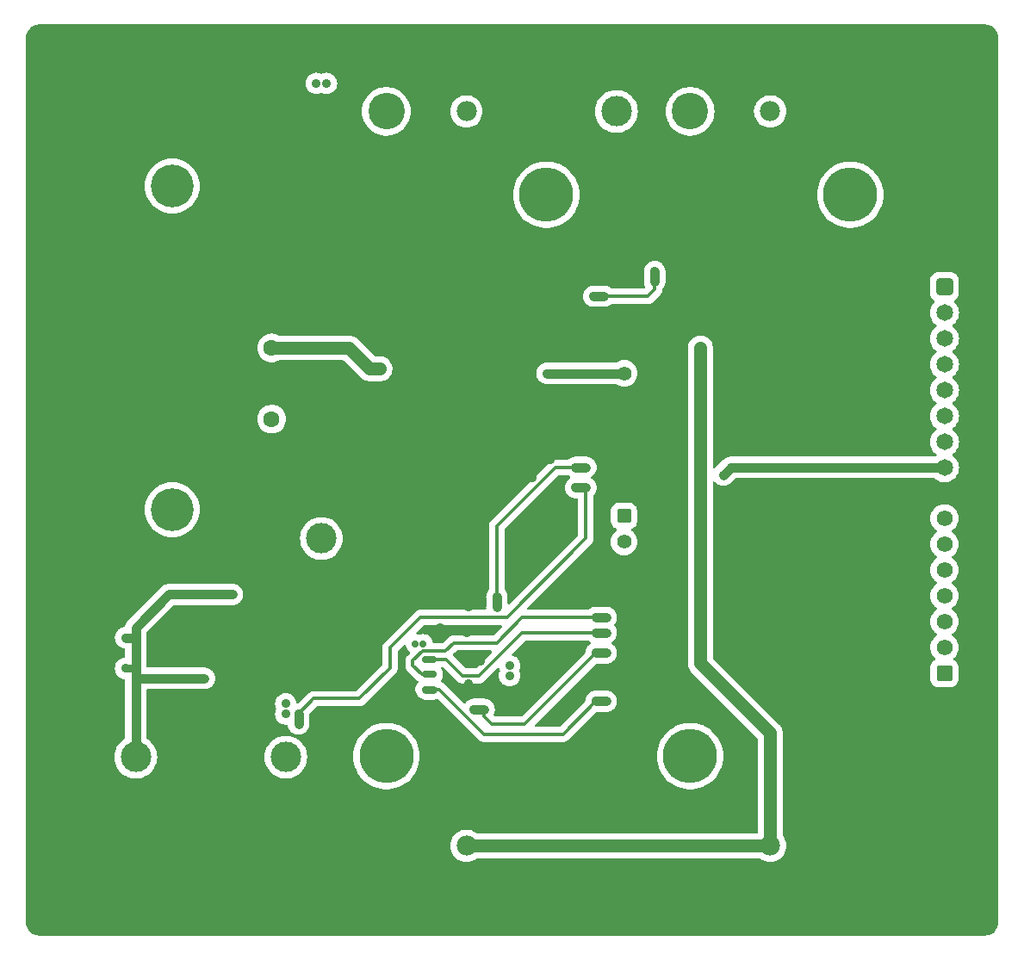
<source format=gbr>
%TF.GenerationSoftware,KiCad,Pcbnew,8.0.8*%
%TF.CreationDate,2025-03-29T17:39:48+01:00*%
%TF.ProjectId,eps,6570732e-6b69-4636-9164-5f7063625858,rev?*%
%TF.SameCoordinates,PX55d4a80PY8044ea0*%
%TF.FileFunction,Copper,L4,Bot*%
%TF.FilePolarity,Positive*%
%FSLAX46Y46*%
G04 Gerber Fmt 4.6, Leading zero omitted, Abs format (unit mm)*
G04 Created by KiCad (PCBNEW 8.0.8) date 2025-03-29 17:39:48*
%MOMM*%
%LPD*%
G01*
G04 APERTURE LIST*
G04 Aperture macros list*
%AMRoundRect*
0 Rectangle with rounded corners*
0 $1 Rounding radius*
0 $2 $3 $4 $5 $6 $7 $8 $9 X,Y pos of 4 corners*
0 Add a 4 corners polygon primitive as box body*
4,1,4,$2,$3,$4,$5,$6,$7,$8,$9,$2,$3,0*
0 Add four circle primitives for the rounded corners*
1,1,$1+$1,$2,$3*
1,1,$1+$1,$4,$5*
1,1,$1+$1,$6,$7*
1,1,$1+$1,$8,$9*
0 Add four rect primitives between the rounded corners*
20,1,$1+$1,$2,$3,$4,$5,0*
20,1,$1+$1,$4,$5,$6,$7,0*
20,1,$1+$1,$6,$7,$8,$9,0*
20,1,$1+$1,$8,$9,$2,$3,0*%
G04 Aperture macros list end*
%TA.AperFunction,ComponentPad*%
%ADD10C,1.800000*%
%TD*%
%TA.AperFunction,ComponentPad*%
%ADD11C,2.010000*%
%TD*%
%TA.AperFunction,ComponentPad*%
%ADD12RoundRect,0.250000X0.537500X-0.537500X0.537500X0.537500X-0.537500X0.537500X-0.537500X-0.537500X0*%
%TD*%
%TA.AperFunction,ComponentPad*%
%ADD13C,1.575000*%
%TD*%
%TA.AperFunction,ComponentPad*%
%ADD14C,3.000000*%
%TD*%
%TA.AperFunction,ComponentPad*%
%ADD15RoundRect,0.250000X-1.750000X-1.750000X1.750000X-1.750000X1.750000X1.750000X-1.750000X1.750000X0*%
%TD*%
%TA.AperFunction,ComponentPad*%
%ADD16C,0.800000*%
%TD*%
%TA.AperFunction,ComponentPad*%
%ADD17C,6.400000*%
%TD*%
%TA.AperFunction,ComponentPad*%
%ADD18RoundRect,0.250000X-0.458000X-0.458000X0.458000X-0.458000X0.458000X0.458000X-0.458000X0.458000X0*%
%TD*%
%TA.AperFunction,ComponentPad*%
%ADD19C,1.416000*%
%TD*%
%TA.AperFunction,ComponentPad*%
%ADD20C,1.600000*%
%TD*%
%TA.AperFunction,ComponentPad*%
%ADD21C,4.200000*%
%TD*%
%TA.AperFunction,ComponentPad*%
%ADD22C,1.980000*%
%TD*%
%TA.AperFunction,ComponentPad*%
%ADD23C,5.325000*%
%TD*%
%TA.AperFunction,ComponentPad*%
%ADD24C,3.585000*%
%TD*%
%TA.AperFunction,ComponentPad*%
%ADD25RoundRect,0.250000X0.458000X0.458000X-0.458000X0.458000X-0.458000X-0.458000X0.458000X-0.458000X0*%
%TD*%
%TA.AperFunction,ComponentPad*%
%ADD26RoundRect,0.250000X-0.575000X0.575000X-0.575000X-0.575000X0.575000X-0.575000X0.575000X0.575000X0*%
%TD*%
%TA.AperFunction,ComponentPad*%
%ADD27C,1.650000*%
%TD*%
%TA.AperFunction,ViaPad*%
%ADD28C,0.900000*%
%TD*%
%TA.AperFunction,ViaPad*%
%ADD29C,0.700000*%
%TD*%
%TA.AperFunction,Conductor*%
%ADD30C,0.900000*%
%TD*%
%TA.AperFunction,Conductor*%
%ADD31C,0.300000*%
%TD*%
%TA.AperFunction,Conductor*%
%ADD32C,1.250000*%
%TD*%
%TA.AperFunction,Conductor*%
%ADD33C,0.800000*%
%TD*%
%TA.AperFunction,Conductor*%
%ADD34C,0.700000*%
%TD*%
G04 APERTURE END LIST*
D10*
%TO.P,J1,1,MH1*%
%TO.N,GND*%
X6550000Y32320000D03*
%TO.P,J1,2,MH2*%
X6550000Y23680000D03*
D11*
%TO.P,J1,3,MH3*%
X2750000Y32320000D03*
%TO.P,J1,4,MH4*%
X2750000Y23680000D03*
%TD*%
D12*
%TO.P,J8,1,1*%
%TO.N,+3V3*%
X90500000Y26000000D03*
D13*
%TO.P,J8,2,2*%
%TO.N,unconnected-(J8-Pad2)*%
X90500000Y28540000D03*
%TO.P,J8,3,3*%
%TO.N,unconnected-(J8-Pad3)*%
X90500000Y31080000D03*
%TO.P,J8,4,4*%
%TO.N,unconnected-(J8-Pad4)*%
X90500000Y33620000D03*
%TO.P,J8,5,5*%
%TO.N,unconnected-(J8-Pad5)*%
X90500000Y36160000D03*
%TO.P,J8,6,6*%
%TO.N,unconnected-(J8-Pad6)*%
X90500000Y38700000D03*
%TO.P,J8,7,7*%
%TO.N,unconnected-(J8-Pad7)*%
X90500000Y41240000D03*
%TO.P,J8,8,8*%
%TO.N,GND*%
X90500000Y43780000D03*
%TD*%
D14*
%TO.P,TP5,1,1*%
%TO.N,+3V3*%
X25750000Y17750000D03*
%TD*%
D15*
%TO.P,TP1,1,1*%
%TO.N,GND*%
X18250000Y17750000D03*
%TD*%
D16*
%TO.P,H4,1,1*%
%TO.N,GND*%
X3100000Y5500000D03*
X3802944Y7197056D03*
X3802944Y3802944D03*
X5500000Y7900000D03*
D17*
X5500000Y5500000D03*
D16*
X5500000Y3100000D03*
X7197056Y7197056D03*
X7197056Y3802944D03*
X7900000Y5500000D03*
%TD*%
D14*
%TO.P,TP4,1,1*%
%TO.N,Net-(BAT1-+)*%
X58250000Y81250000D03*
%TD*%
D16*
%TO.P,H3,1,1*%
%TO.N,GND*%
X88100000Y5500000D03*
X88802944Y7197056D03*
X88802944Y3802944D03*
X90500000Y7900000D03*
D17*
X90500000Y5500000D03*
D16*
X90500000Y3100000D03*
X92197056Y7197056D03*
X92197056Y3802944D03*
X92900000Y5500000D03*
%TD*%
%TO.P,H1,1,1*%
%TO.N,GND*%
X3100000Y84500000D03*
X3802944Y86197056D03*
X3802944Y82802944D03*
X5500000Y86900000D03*
D17*
X5500000Y84500000D03*
D16*
X5500000Y82100000D03*
X7197056Y86197056D03*
X7197056Y82802944D03*
X7900000Y84500000D03*
%TD*%
D14*
%TO.P,TP2,1,1*%
%TO.N,Net-(D3-K)*%
X11000000Y17750000D03*
%TD*%
%TO.P,TP3,1,1*%
%TO.N,/VBUS*%
X29250000Y39250000D03*
%TD*%
D16*
%TO.P,H2,1,1*%
%TO.N,GND*%
X88100000Y84500000D03*
X88802944Y86197056D03*
X88802944Y82802944D03*
X90500000Y86900000D03*
D17*
X90500000Y84500000D03*
D16*
X90500000Y82100000D03*
X92197056Y86197056D03*
X92197056Y82802944D03*
X92900000Y84500000D03*
%TD*%
D18*
%TO.P,NTC2,1,1*%
%TO.N,/NTC_2_PS*%
X59000000Y41465000D03*
D19*
%TO.P,NTC2,2,2*%
%TO.N,+3V3*%
X59000000Y38925000D03*
%TD*%
D20*
%TO.P,S1,1,1*%
%TO.N,Net-(IC2-PMID)*%
X24363500Y58000000D03*
%TO.P,S1,2,2*%
%TO.N,Net-(IC3-EN)*%
X24363500Y51000000D03*
D21*
%TO.P,S1,3,MH1*%
%TO.N,unconnected-(S1-MH1-Pad3)*%
X14586500Y73901000D03*
%TO.P,S1,4,MH2*%
%TO.N,unconnected-(S1-MH2-Pad4)*%
X14586500Y42099000D03*
%TD*%
D22*
%TO.P,BAT1,1,+*%
%TO.N,Net-(BAT1-+)*%
X43500000Y81250000D03*
%TO.P,BAT1,2,-*%
%TO.N,Net-(BAT1--)*%
X43500000Y9030000D03*
D23*
%TO.P,BAT1,MH1,MH1*%
%TO.N,unconnected-(BAT1-PadMH1)*%
X35630000Y17850000D03*
D24*
%TO.P,BAT1,MH2,MH2*%
%TO.N,unconnected-(BAT1-PadMH2)*%
X35630000Y81250000D03*
D23*
%TO.P,BAT1,MH3,MH3*%
%TO.N,unconnected-(BAT1-PadMH3)*%
X51370000Y73050000D03*
%TD*%
D22*
%TO.P,BAT2,1,+*%
%TO.N,Net-(BAT1-+)*%
X73370000Y81250000D03*
%TO.P,BAT2,2,-*%
%TO.N,Net-(BAT1--)*%
X73370000Y9030000D03*
D23*
%TO.P,BAT2,MH1,MH1*%
%TO.N,unconnected-(BAT2-PadMH1)*%
X65500000Y17850000D03*
D24*
%TO.P,BAT2,MH2,MH2*%
%TO.N,unconnected-(BAT2-PadMH2)*%
X65500000Y81250000D03*
D23*
%TO.P,BAT2,MH3,MH3*%
%TO.N,unconnected-(BAT2-PadMH3)*%
X81240000Y73050000D03*
%TD*%
D25*
%TO.P,NTC1,1,1*%
%TO.N,GND*%
X59025000Y52960000D03*
D19*
%TO.P,NTC1,2,2*%
%TO.N,Net-(IC2-TS)*%
X59025000Y55500000D03*
%TD*%
D26*
%TO.P,J7,1,1*%
%TO.N,/ADC_VBUS_PS*%
X90500000Y64000000D03*
D27*
%TO.P,J7,2,2*%
%TO.N,/FLT{slash}_PS*%
X90500000Y61460000D03*
%TO.P,J7,3,3*%
%TO.N,/USB_SDA_PS*%
X90500000Y58920000D03*
%TO.P,J7,4,4*%
%TO.N,/USB_SCL_PS*%
X90500000Y56380000D03*
%TO.P,J7,5,5*%
%TO.N,/INT_N_PS*%
X90500000Y53840000D03*
%TO.P,J7,6,6*%
%TO.N,/BYPASS_CC1_PS*%
X90500000Y51300000D03*
%TO.P,J7,7,7*%
%TO.N,/BYPASS_CC2_PS*%
X90500000Y48760000D03*
%TO.P,J7,8,8*%
%TO.N,/NTC_2_PS*%
X90500000Y46220000D03*
%TD*%
D28*
%TO.N,Net-(BAT1--)*%
X66500000Y57000000D03*
X66500000Y58000000D03*
%TO.N,GND*%
X20000000Y85500000D03*
X39050000Y54000000D03*
X29500000Y87000000D03*
X16750000Y87000000D03*
X45750000Y61250000D03*
X94500000Y66750000D03*
X47412500Y56000000D03*
X55750000Y1500000D03*
X40890000Y30452500D03*
X1250000Y25250000D03*
X79000000Y1500000D03*
X14500000Y27000000D03*
X37000000Y54050000D03*
X28250000Y71000000D03*
X1500000Y45000000D03*
X44200000Y60750000D03*
X81250000Y44000000D03*
X27000000Y79500000D03*
X85000000Y42000000D03*
X36000000Y51000000D03*
X94500000Y74000000D03*
X40250000Y61000000D03*
X26000000Y82100000D03*
X42750000Y18250000D03*
X79000000Y88500000D03*
X95000000Y52250000D03*
X25000000Y82500000D03*
X19500000Y87000000D03*
X27000000Y87000000D03*
X76250000Y60000000D03*
X1500000Y1500000D03*
X5500000Y30750000D03*
X59250000Y66000000D03*
X32500000Y1500000D03*
X34250000Y46500000D03*
X48000000Y88500000D03*
X23252982Y29258947D03*
X71250000Y1500000D03*
X50750000Y50000000D03*
X28250000Y68500000D03*
X32500000Y88500000D03*
X95000000Y59500000D03*
X23187000Y82550000D03*
X29000000Y51750000D03*
X76000000Y32500000D03*
X22000000Y79500000D03*
X16750000Y84500000D03*
X13500000Y27000000D03*
X27000000Y82100000D03*
X59500000Y64575000D03*
X9250000Y32500000D03*
X54250000Y62500000D03*
X38000000Y52500000D03*
X39000000Y74500000D03*
X76000000Y55250000D03*
X40250000Y88500000D03*
X32000000Y26250000D03*
X24750000Y88500000D03*
X52500000Y42000000D03*
X59000000Y51000000D03*
X54500000Y23750000D03*
X34000000Y74500000D03*
X46750000Y69500000D03*
X94500000Y8750000D03*
X82750000Y53000000D03*
X64000000Y47500000D03*
X31500000Y79500000D03*
X36750000Y45250000D03*
X29250000Y26230000D03*
X53500000Y48750000D03*
X94500000Y16000000D03*
X86750000Y88500000D03*
X55750000Y88500000D03*
X46750000Y72000000D03*
X16750000Y79500000D03*
X31500000Y74500000D03*
X94500000Y45000000D03*
X62000000Y32250000D03*
X28250000Y61000000D03*
X27135026Y25853603D03*
X41500000Y74500000D03*
X20000000Y84500000D03*
X1500000Y59500000D03*
X31500000Y82000000D03*
X32000000Y27405000D03*
X40250000Y1500000D03*
X46750000Y74500000D03*
X57500000Y66000000D03*
X39250000Y45250000D03*
X24750000Y1500000D03*
X16750000Y82000000D03*
X43000000Y52100000D03*
X52250000Y21750000D03*
X43500000Y30000000D03*
X94500000Y23250000D03*
X22270000Y26300000D03*
X31500000Y87000000D03*
X59250000Y67500000D03*
X24500000Y79500000D03*
X1500000Y8750000D03*
X43750000Y32510000D03*
X71250000Y88500000D03*
X49500000Y55750000D03*
X57500000Y67500000D03*
X36000000Y52500000D03*
X41625000Y57875000D03*
X94500000Y30500000D03*
X39500000Y64500000D03*
X4750000Y21000000D03*
X30250000Y26230000D03*
X21500000Y27000000D03*
X87500000Y50000000D03*
X70500000Y27000000D03*
X48000000Y1500000D03*
X17000000Y1500000D03*
X57250000Y18250000D03*
X43000000Y24250000D03*
X28250000Y66000000D03*
X5500000Y25250000D03*
X36500000Y74500000D03*
X49500000Y54250000D03*
X61500000Y53000000D03*
X69750000Y32250000D03*
X9250000Y1500000D03*
X24500000Y87000000D03*
X52250000Y63750000D03*
X94500000Y81250000D03*
X9250000Y22250000D03*
X49500000Y50000000D03*
X17000000Y88500000D03*
X55000000Y53250000D03*
X43700000Y24950000D03*
X45750000Y60250000D03*
X46230000Y24750000D03*
X46990000Y23990000D03*
X71250000Y55000000D03*
X1500000Y37750000D03*
X55000000Y50750000D03*
X63500000Y88500000D03*
X50000000Y37000000D03*
X1250000Y30750000D03*
X50000000Y39500000D03*
X38750000Y61000000D03*
X45000000Y45250000D03*
X31500000Y84500000D03*
X29500000Y79500000D03*
X46750000Y67000000D03*
X29750000Y72750000D03*
X42500000Y45250000D03*
X43750000Y33750000D03*
X24000000Y23000000D03*
X21010000Y29500000D03*
X28250000Y63500000D03*
X9250000Y88500000D03*
X1500000Y81250000D03*
X38750000Y35500000D03*
X50000000Y45250000D03*
X55000000Y60000000D03*
X24250000Y29250000D03*
X4750000Y35250000D03*
X44890000Y27140000D03*
X1500000Y74000000D03*
X42347609Y57250000D03*
X94500000Y1500000D03*
X9250000Y33750000D03*
X64000000Y34250000D03*
X1500000Y52250000D03*
X81750000Y38250000D03*
X24000000Y24000000D03*
X61500000Y51000000D03*
X47250000Y64500000D03*
X22000000Y87000000D03*
X39500000Y69750000D03*
X49587500Y52000000D03*
X94500000Y88500000D03*
X86750000Y1500000D03*
X1500000Y88500000D03*
X75500000Y38250000D03*
X32000000Y25055000D03*
X60500000Y64575000D03*
X94500000Y37750000D03*
X59250000Y68980000D03*
X80250000Y59500000D03*
X60990000Y66750000D03*
X43000000Y51000000D03*
X49750000Y63750000D03*
X47500000Y45250000D03*
X41250000Y38250000D03*
X71250000Y50250000D03*
X28250000Y54500000D03*
X55000000Y57500000D03*
X38000000Y51000000D03*
X36000000Y33250000D03*
X51750000Y47000000D03*
X1500000Y16000000D03*
X32500000Y48250000D03*
X63500000Y1500000D03*
X52500000Y39500000D03*
X26376042Y26540068D03*
X1500000Y66750000D03*
X9250000Y23500000D03*
X30750000Y50000000D03*
%TO.N,Net-(IC2-PMID)*%
X35000000Y55950000D03*
X34000000Y55950000D03*
%TO.N,+3V3*%
X29750000Y84000000D03*
D29*
X39250000Y28902500D03*
D28*
X25750000Y23000000D03*
D29*
X38500000Y28902500D03*
D28*
X47750000Y26750000D03*
X28750000Y84000000D03*
X25750000Y22000000D03*
X47750000Y25750000D03*
%TO.N,/USB_CC1*%
X45250000Y22450000D03*
X56250000Y28000000D03*
X44250000Y22450000D03*
X57250000Y28000000D03*
%TO.N,Net-(D3-K)*%
X11000000Y29500000D03*
X10000000Y26480000D03*
X20500000Y33745000D03*
X11000000Y26500000D03*
X19250000Y33745000D03*
X16750000Y25500000D03*
X17750000Y25500000D03*
X10000000Y29500000D03*
%TO.N,Net-(IC1-COUT)*%
X56025000Y63075000D03*
X62010000Y64500000D03*
X57025000Y63075000D03*
X62010000Y65500000D03*
%TO.N,Net-(IC2-TS)*%
X52500000Y55500000D03*
X51412500Y55500000D03*
%TO.N,/FLT{slash}_PS*%
X26990000Y22000000D03*
X54250000Y44250000D03*
X55250000Y44250000D03*
X26990000Y21010000D03*
%TO.N,/USB_SDA_PS*%
X56250000Y23250000D03*
D29*
X40250000Y24402500D03*
X39500000Y24402500D03*
D28*
X57250000Y23250000D03*
%TO.N,/USB_SCL_PS*%
X57250000Y31500000D03*
D29*
X39500000Y25902500D03*
X40250000Y25902500D03*
D28*
X56250000Y31500000D03*
D29*
%TO.N,/INT_N_PS*%
X39500000Y27390000D03*
X40250000Y27390000D03*
D28*
X57250000Y30000000D03*
X56250000Y30000000D03*
%TO.N,/NTC_2_PS*%
X69500000Y46250000D03*
X68750000Y45500000D03*
%TO.N,/ADC_VBUS_PS*%
X46500000Y33500000D03*
X54250000Y46250000D03*
X46500000Y32500000D03*
X55250000Y46250000D03*
%TD*%
D30*
%TO.N,/NTC_2_PS*%
X68750000Y45500000D02*
X69500000Y46250000D01*
X69500000Y46250000D02*
X90470000Y46250000D01*
X90470000Y46250000D02*
X90500000Y46220000D01*
D31*
%TO.N,/INT_N_PS*%
X49000000Y30000000D02*
X57250000Y30000000D01*
X44750000Y25750000D02*
X49000000Y30000000D01*
X41500000Y27390000D02*
X43140000Y25750000D01*
X43140000Y25750000D02*
X44750000Y25750000D01*
X40250000Y27390000D02*
X41500000Y27390000D01*
D32*
%TO.N,Net-(BAT1--)*%
X73370000Y9030000D02*
X73370000Y20130000D01*
X66500000Y58000000D02*
X66500000Y57000000D01*
X73370000Y20130000D02*
X66500000Y27000000D01*
X43500000Y9030000D02*
X73370000Y9030000D01*
X66500000Y27000000D02*
X66500000Y57000000D01*
%TO.N,Net-(IC2-PMID)*%
X34000000Y55950000D02*
X35000000Y55950000D01*
X34000000Y55950000D02*
X31950000Y58000000D01*
X31950000Y58000000D02*
X24363500Y58000000D01*
D31*
%TO.N,/USB_CC1*%
X46000000Y21000000D02*
X49250000Y21000000D01*
D30*
X56250000Y28000000D02*
X57250000Y28000000D01*
D31*
X49250000Y21000000D02*
X56250000Y28000000D01*
D30*
X45250000Y22450000D02*
X44250000Y22450000D01*
D31*
X45250000Y21750000D02*
X46000000Y21000000D01*
X45250000Y22450000D02*
X45250000Y21750000D01*
D30*
%TO.N,Net-(D3-K)*%
X20500000Y33745000D02*
X19250000Y33745000D01*
X11000000Y26500000D02*
X11000000Y17750000D01*
X19250000Y33745000D02*
X14245000Y33745000D01*
X17750000Y25500000D02*
X11000000Y25500000D01*
D33*
X10980000Y26480000D02*
X11000000Y26500000D01*
D30*
X16750000Y25500000D02*
X17750000Y25500000D01*
X14245000Y33745000D02*
X11000000Y30500000D01*
X10000000Y29500000D02*
X11000000Y29500000D01*
D33*
X10000000Y26480000D02*
X10980000Y26480000D01*
D30*
X11000000Y25500000D02*
X11000000Y26500000D01*
X11000000Y30500000D02*
X11000000Y29500000D01*
X11000000Y30500000D02*
X11000000Y26500000D01*
%TO.N,Net-(IC1-COUT)*%
X56025000Y63075000D02*
X57025000Y63075000D01*
X62010000Y65500000D02*
X62010000Y64500000D01*
D31*
X61325000Y63075000D02*
X57025000Y63075000D01*
X62010000Y63760000D02*
X61325000Y63075000D01*
X62010000Y65500000D02*
X62010000Y63760000D01*
D30*
%TO.N,Net-(IC2-TS)*%
X52500000Y55500000D02*
X59025000Y55500000D01*
X51412500Y55500000D02*
X52500000Y55500000D01*
%TO.N,/FLT{slash}_PS*%
X26990000Y21010000D02*
X26990000Y21990000D01*
D31*
X36000000Y26500000D02*
X36000000Y28500000D01*
X26990000Y21990000D02*
X28500000Y23500000D01*
X36000000Y28500000D02*
X39000000Y31500000D01*
X28500000Y23500000D02*
X33000000Y23500000D01*
D30*
X54250000Y44250000D02*
X55250000Y44250000D01*
D31*
X55250000Y39250000D02*
X55250000Y44250000D01*
X47500000Y31500000D02*
X55250000Y39250000D01*
X33000000Y23500000D02*
X36000000Y26500000D01*
X39000000Y31500000D02*
X47500000Y31500000D01*
D30*
%TO.N,/USB_SDA_PS*%
X56250000Y23250000D02*
X57250000Y23250000D01*
D31*
X45250000Y20000000D02*
X53000000Y20000000D01*
D33*
X40250000Y24402500D02*
X39500000Y24402500D01*
D31*
X40847500Y24402500D02*
X45250000Y20000000D01*
X40250000Y24402500D02*
X40847500Y24402500D01*
X53000000Y20000000D02*
X56250000Y23250000D01*
D30*
%TO.N,/USB_SCL_PS*%
X56250000Y31500000D02*
X57250000Y31500000D01*
D31*
X49000000Y31500000D02*
X56250000Y31500000D01*
X39500000Y25902500D02*
X39097500Y25902500D01*
X38250000Y27250000D02*
X39202500Y28202500D01*
D34*
X40250000Y25902500D02*
X39500000Y25902500D01*
D31*
X41452500Y28202500D02*
X42250000Y29000000D01*
X39097500Y25902500D02*
X38250000Y26750000D01*
X39202500Y28202500D02*
X41452500Y28202500D01*
X42250000Y29000000D02*
X46500000Y29000000D01*
X46500000Y29000000D02*
X49000000Y31500000D01*
X38250000Y26750000D02*
X38250000Y27250000D01*
D30*
%TO.N,/INT_N_PS*%
X56250000Y30000000D02*
X57250000Y30000000D01*
D34*
X40250000Y27390000D02*
X39500000Y27390000D01*
D30*
%TO.N,/ADC_VBUS_PS*%
X54250000Y46250000D02*
X55250000Y46250000D01*
X46500000Y33500000D02*
X46500000Y32500000D01*
D31*
X46500000Y40500000D02*
X52250000Y46250000D01*
X52250000Y46250000D02*
X55250000Y46250000D01*
X46500000Y33500000D02*
X46500000Y40500000D01*
%TD*%
%TA.AperFunction,Conductor*%
%TO.N,GND*%
G36*
X55530545Y29229815D02*
G01*
X55551183Y29213185D01*
X55580345Y29184023D01*
X55618392Y29158601D01*
X55618395Y29158599D01*
X55628170Y29151350D01*
X55663549Y29122316D01*
X55663551Y29122314D01*
X55675009Y29116190D01*
X55687787Y29109360D01*
X55737632Y29060400D01*
X55753094Y28992262D01*
X55729264Y28926582D01*
X55687794Y28890645D01*
X55663553Y28877687D01*
X55663547Y28877683D01*
X55628167Y28848650D01*
X55618402Y28841408D01*
X55580349Y28815981D01*
X55580344Y28815977D01*
X55547979Y28783612D01*
X55538967Y28775445D01*
X55503590Y28746411D01*
X55503589Y28746410D01*
X55474555Y28711033D01*
X55466388Y28702021D01*
X55434023Y28669656D01*
X55434019Y28669651D01*
X55408592Y28631598D01*
X55401350Y28621833D01*
X55372317Y28586453D01*
X55372313Y28586448D01*
X55350742Y28546092D01*
X55344490Y28535662D01*
X55319058Y28497598D01*
X55319055Y28497591D01*
X55301547Y28455324D01*
X55296347Y28444328D01*
X55274768Y28403955D01*
X55274767Y28403953D01*
X55261484Y28360165D01*
X55257387Y28348714D01*
X55239869Y28306419D01*
X55239868Y28306416D01*
X55230939Y28261527D01*
X55227984Y28249730D01*
X55214700Y28205934D01*
X55214700Y28205933D01*
X55214700Y28205932D01*
X55214699Y28205930D01*
X55210214Y28160393D01*
X55208429Y28148361D01*
X55199500Y28103467D01*
X55199500Y28062231D01*
X55179815Y27995192D01*
X55163181Y27974550D01*
X48975451Y21786819D01*
X48914128Y21753334D01*
X48887770Y21750500D01*
X46362230Y21750500D01*
X46295191Y21770185D01*
X46274549Y21786819D01*
X46218446Y21842922D01*
X46184961Y21904245D01*
X46189945Y21973937D01*
X46191549Y21978016D01*
X46198458Y21994695D01*
X46203648Y22005668D01*
X46225232Y22046046D01*
X46238521Y22089859D01*
X46242607Y22101280D01*
X46260130Y22143580D01*
X46269061Y22188485D01*
X46272010Y22200259D01*
X46285300Y22244066D01*
X46289785Y22289618D01*
X46291571Y22301652D01*
X46300500Y22346532D01*
X46300500Y22392301D01*
X46301097Y22404455D01*
X46304750Y22441547D01*
X46305583Y22450000D01*
X46301097Y22495547D01*
X46300500Y22507701D01*
X46300500Y22553465D01*
X46299508Y22558453D01*
X46291567Y22598371D01*
X46289785Y22610385D01*
X46285300Y22655934D01*
X46272016Y22699726D01*
X46269060Y22711529D01*
X46260131Y22756413D01*
X46260130Y22756420D01*
X46242614Y22798705D01*
X46238518Y22810152D01*
X46225232Y22853954D01*
X46225231Y22853955D01*
X46225231Y22853957D01*
X46203654Y22894323D01*
X46198456Y22905311D01*
X46180941Y22947598D01*
X46155515Y22985651D01*
X46149262Y22996084D01*
X46127688Y23036445D01*
X46127684Y23036451D01*
X46098650Y23071830D01*
X46091401Y23081605D01*
X46065978Y23119654D01*
X46065974Y23119659D01*
X46033615Y23152017D01*
X46025442Y23161034D01*
X45996408Y23196412D01*
X45961033Y23225443D01*
X45952015Y23233617D01*
X45919658Y23265975D01*
X45919654Y23265978D01*
X45881597Y23291407D01*
X45871824Y23298655D01*
X45836452Y23327684D01*
X45796086Y23349261D01*
X45785653Y23355514D01*
X45747595Y23380943D01*
X45705316Y23398455D01*
X45694323Y23403654D01*
X45653954Y23425232D01*
X45653951Y23425233D01*
X45610146Y23438522D01*
X45598692Y23442621D01*
X45556422Y23460130D01*
X45556414Y23460132D01*
X45511531Y23469060D01*
X45499730Y23472016D01*
X45455935Y23485300D01*
X45410383Y23489787D01*
X45398353Y23491572D01*
X45353465Y23500500D01*
X45353463Y23500500D01*
X45307701Y23500500D01*
X45295547Y23501097D01*
X45250000Y23505583D01*
X45204453Y23501097D01*
X45192299Y23500500D01*
X44307701Y23500500D01*
X44295547Y23501097D01*
X44250000Y23505583D01*
X44204453Y23501097D01*
X44192299Y23500500D01*
X44146534Y23500500D01*
X44101639Y23491571D01*
X44089607Y23489786D01*
X44044070Y23485301D01*
X44044068Y23485301D01*
X44044066Y23485300D01*
X44000272Y23472016D01*
X43988473Y23469061D01*
X43943584Y23460132D01*
X43943581Y23460131D01*
X43901286Y23442613D01*
X43889835Y23438516D01*
X43846047Y23425233D01*
X43846045Y23425232D01*
X43805672Y23403653D01*
X43794676Y23398453D01*
X43752409Y23380945D01*
X43752402Y23380942D01*
X43714338Y23355510D01*
X43703908Y23349258D01*
X43663552Y23327687D01*
X43663547Y23327683D01*
X43628167Y23298650D01*
X43618402Y23291408D01*
X43580349Y23265981D01*
X43580344Y23265977D01*
X43547979Y23233612D01*
X43538967Y23225445D01*
X43503590Y23196411D01*
X43503589Y23196410D01*
X43474555Y23161033D01*
X43466388Y23152021D01*
X43434023Y23119655D01*
X43421994Y23101652D01*
X43420908Y23100027D01*
X43367294Y23055224D01*
X43297968Y23046519D01*
X43234942Y23076676D01*
X43230127Y23081241D01*
X41325913Y24985455D01*
X41261726Y25028341D01*
X41243855Y25040282D01*
X41202995Y25067584D01*
X41202994Y25067585D01*
X41202992Y25067586D01*
X41202990Y25067587D01*
X41066408Y25124161D01*
X41065651Y25124390D01*
X41065303Y25124618D01*
X41060786Y25126489D01*
X41061141Y25127347D01*
X41007216Y25162693D01*
X40978765Y25226508D01*
X40989332Y25295574D01*
X40998552Y25311933D01*
X41001940Y25317004D01*
X41010984Y25330541D01*
X41018231Y25340311D01*
X41022938Y25346046D01*
X41044136Y25371875D01*
X41063385Y25407891D01*
X41069630Y25418310D01*
X41092322Y25452269D01*
X41107949Y25490000D01*
X41113146Y25500989D01*
X41132396Y25536999D01*
X41144247Y25576068D01*
X41148345Y25587522D01*
X41163973Y25625249D01*
X41170964Y25660395D01*
X41171940Y25665301D01*
X41174897Y25677107D01*
X41186747Y25716169D01*
X41190747Y25756800D01*
X41192534Y25768840D01*
X41200500Y25808880D01*
X41200500Y25849714D01*
X41201097Y25861868D01*
X41205099Y25902500D01*
X41201097Y25943134D01*
X41200500Y25955288D01*
X41200500Y25996120D01*
X41192534Y26036159D01*
X41190747Y26048205D01*
X41186747Y26088828D01*
X41186747Y26088831D01*
X41174892Y26127910D01*
X41171941Y26139689D01*
X41163973Y26179751D01*
X41148346Y26217476D01*
X41144248Y26228932D01*
X41132396Y26268000D01*
X41132396Y26268001D01*
X41113150Y26304007D01*
X41107947Y26315009D01*
X41092322Y26352732D01*
X41069640Y26386676D01*
X41063382Y26397117D01*
X41044135Y26433127D01*
X41041090Y26436837D01*
X41013778Y26501148D01*
X41025571Y26570015D01*
X41072724Y26621574D01*
X41136945Y26639500D01*
X41137770Y26639500D01*
X41204809Y26619815D01*
X41225451Y26603181D01*
X41924676Y25903957D01*
X42557049Y25271584D01*
X42631256Y25197377D01*
X42661585Y25167048D01*
X42784498Y25084920D01*
X42784511Y25084913D01*
X42881636Y25044683D01*
X42921087Y25028342D01*
X42921091Y25028342D01*
X42921092Y25028341D01*
X43066079Y24999500D01*
X43066082Y24999500D01*
X44823920Y24999500D01*
X44921462Y25018904D01*
X44968913Y25028342D01*
X45105495Y25084916D01*
X45190205Y25141517D01*
X45228416Y25167048D01*
X46542981Y26481616D01*
X46604304Y26515100D01*
X46673995Y26510116D01*
X46729929Y26468245D01*
X46749322Y26429931D01*
X46760068Y26394505D01*
X46774768Y26346046D01*
X46794862Y26308453D01*
X46809103Y26240050D01*
X46794862Y26191547D01*
X46774768Y26153955D01*
X46714699Y25955933D01*
X46694417Y25750000D01*
X46714699Y25544068D01*
X46726620Y25504770D01*
X46774768Y25346046D01*
X46872315Y25163550D01*
X46904453Y25124390D01*
X47003589Y25003590D01*
X47100209Y24924298D01*
X47163550Y24872315D01*
X47346046Y24774768D01*
X47544066Y24714700D01*
X47544065Y24714700D01*
X47562529Y24712882D01*
X47750000Y24694417D01*
X47955934Y24714700D01*
X48153954Y24774768D01*
X48336450Y24872315D01*
X48496410Y25003590D01*
X48627685Y25163550D01*
X48725232Y25346046D01*
X48785300Y25544066D01*
X48805583Y25750000D01*
X48785300Y25955934D01*
X48725232Y26153954D01*
X48705137Y26191548D01*
X48690895Y26259947D01*
X48705136Y26308452D01*
X48725232Y26346046D01*
X48785300Y26544066D01*
X48805583Y26750000D01*
X48785300Y26955934D01*
X48725232Y27153954D01*
X48627685Y27336450D01*
X48530204Y27455232D01*
X48496410Y27496411D01*
X48336452Y27627683D01*
X48336453Y27627683D01*
X48336450Y27627685D01*
X48153954Y27725232D01*
X48070070Y27750678D01*
X48011632Y27788975D01*
X47983176Y27852787D01*
X47993736Y27921854D01*
X48018385Y27957019D01*
X48586135Y28524768D01*
X49274548Y29213181D01*
X49335871Y29246666D01*
X49362229Y29249500D01*
X55463506Y29249500D01*
X55530545Y29229815D01*
G37*
%TD.AperFunction*%
%TA.AperFunction,Conductor*%
G36*
X45955809Y28229815D02*
G01*
X46001564Y28177011D01*
X46011508Y28107853D01*
X45982483Y28044297D01*
X45976451Y28037819D01*
X44475451Y26536819D01*
X44414128Y26503334D01*
X44387770Y26500500D01*
X43502229Y26500500D01*
X43435190Y26520185D01*
X43414548Y26536819D01*
X42219048Y27732320D01*
X42185563Y27793643D01*
X42190547Y27863335D01*
X42219048Y27907682D01*
X42349186Y28037819D01*
X42524548Y28213181D01*
X42585871Y28246666D01*
X42612229Y28249500D01*
X45888770Y28249500D01*
X45955809Y28229815D01*
G37*
%TD.AperFunction*%
%TA.AperFunction,Conductor*%
G36*
X46955809Y30729815D02*
G01*
X47001564Y30677011D01*
X47011508Y30607853D01*
X46982483Y30544297D01*
X46976451Y30537819D01*
X46225451Y29786819D01*
X46164128Y29753334D01*
X46137770Y29750500D01*
X42176080Y29750500D01*
X42031092Y29721660D01*
X42031082Y29721657D01*
X41894511Y29665088D01*
X41894498Y29665081D01*
X41771584Y29582952D01*
X41771580Y29582949D01*
X41177951Y28989319D01*
X41116628Y28955834D01*
X41090270Y28953000D01*
X40312512Y28953000D01*
X40245473Y28972685D01*
X40199718Y29025489D01*
X40189109Y29064847D01*
X40188264Y29073427D01*
X40186747Y29088831D01*
X40132396Y29268001D01*
X40054599Y29413550D01*
X40044137Y29433124D01*
X40044135Y29433127D01*
X39925357Y29577858D01*
X39780626Y29696636D01*
X39780623Y29696638D01*
X39615502Y29784896D01*
X39436333Y29839247D01*
X39436331Y29839248D01*
X39250000Y29857599D01*
X39063668Y29839248D01*
X39063666Y29839247D01*
X38910996Y29792934D01*
X38841129Y29792310D01*
X38839004Y29792934D01*
X38686333Y29839247D01*
X38680355Y29840436D01*
X38680626Y29841800D01*
X38622358Y29865327D01*
X38581998Y29922361D01*
X38578880Y29992161D01*
X38611615Y30050249D01*
X39274548Y30713181D01*
X39335871Y30746666D01*
X39362229Y30749500D01*
X46888770Y30749500D01*
X46955809Y30729815D01*
G37*
%TD.AperFunction*%
%TA.AperFunction,Conductor*%
G36*
X53530545Y45479815D02*
G01*
X53551183Y45463185D01*
X53580345Y45434023D01*
X53618392Y45408601D01*
X53618395Y45408599D01*
X53628170Y45401350D01*
X53663549Y45372316D01*
X53663551Y45372314D01*
X53675009Y45366190D01*
X53687787Y45359360D01*
X53737632Y45310400D01*
X53753094Y45242262D01*
X53729264Y45176582D01*
X53687794Y45140645D01*
X53663553Y45127687D01*
X53663547Y45127683D01*
X53628167Y45098650D01*
X53618402Y45091408D01*
X53580349Y45065981D01*
X53580344Y45065977D01*
X53547979Y45033612D01*
X53538967Y45025445D01*
X53503590Y44996411D01*
X53503589Y44996410D01*
X53474555Y44961033D01*
X53466388Y44952021D01*
X53434023Y44919656D01*
X53434019Y44919651D01*
X53408592Y44881598D01*
X53401350Y44871833D01*
X53372317Y44836453D01*
X53372313Y44836448D01*
X53350742Y44796092D01*
X53344490Y44785662D01*
X53319058Y44747598D01*
X53319055Y44747591D01*
X53301547Y44705324D01*
X53296347Y44694328D01*
X53274768Y44653955D01*
X53274767Y44653953D01*
X53261484Y44610165D01*
X53257387Y44598714D01*
X53239869Y44556419D01*
X53239868Y44556416D01*
X53230939Y44511527D01*
X53227984Y44499730D01*
X53214700Y44455934D01*
X53214700Y44455933D01*
X53214700Y44455932D01*
X53214699Y44455930D01*
X53210214Y44410393D01*
X53208429Y44398361D01*
X53199500Y44353467D01*
X53199500Y44307701D01*
X53198903Y44295547D01*
X53194417Y44250001D01*
X53198903Y44204455D01*
X53199500Y44192301D01*
X53199500Y44146535D01*
X53208428Y44101652D01*
X53210213Y44089617D01*
X53214700Y44044066D01*
X53214700Y44044064D01*
X53227984Y44000270D01*
X53230940Y43988469D01*
X53239868Y43943586D01*
X53239870Y43943578D01*
X53257379Y43901308D01*
X53261478Y43889854D01*
X53274766Y43846051D01*
X53274768Y43846046D01*
X53296346Y43805677D01*
X53301545Y43794684D01*
X53319057Y43752405D01*
X53344486Y43714347D01*
X53350739Y43703914D01*
X53372316Y43663548D01*
X53401345Y43628176D01*
X53408593Y43618403D01*
X53434022Y43580346D01*
X53434025Y43580342D01*
X53466383Y43547985D01*
X53474557Y43538967D01*
X53503588Y43503592D01*
X53538966Y43474558D01*
X53547983Y43466385D01*
X53580341Y43434026D01*
X53580346Y43434022D01*
X53618395Y43408599D01*
X53628170Y43401350D01*
X53663550Y43372315D01*
X53663552Y43372314D01*
X53663555Y43372312D01*
X53703916Y43350738D01*
X53714349Y43344485D01*
X53752402Y43319059D01*
X53794689Y43301544D01*
X53805677Y43296346D01*
X53846043Y43274769D01*
X53846045Y43274769D01*
X53846046Y43274768D01*
X53889848Y43261482D01*
X53901295Y43257386D01*
X53943580Y43239870D01*
X53957517Y43237098D01*
X53988471Y43230940D01*
X54000274Y43227984D01*
X54016710Y43222999D01*
X54044066Y43214700D01*
X54089615Y43210215D01*
X54101629Y43208433D01*
X54146535Y43199500D01*
X54192299Y43199500D01*
X54204453Y43198903D01*
X54250000Y43194417D01*
X54295547Y43198903D01*
X54307701Y43199500D01*
X54375500Y43199500D01*
X54442539Y43179815D01*
X54488294Y43127011D01*
X54499500Y43075500D01*
X54499500Y39612230D01*
X54479815Y39545191D01*
X54463181Y39524549D01*
X47762181Y32823549D01*
X47700858Y32790064D01*
X47631166Y32795048D01*
X47575233Y32836920D01*
X47550816Y32902384D01*
X47550500Y32911230D01*
X47550500Y33442301D01*
X47551097Y33454455D01*
X47553955Y33483474D01*
X47555583Y33500000D01*
X47551097Y33545547D01*
X47550500Y33557701D01*
X47550500Y33603465D01*
X47547212Y33619994D01*
X47541567Y33648371D01*
X47539785Y33660385D01*
X47535300Y33705934D01*
X47527001Y33733290D01*
X47522016Y33749726D01*
X47519060Y33761529D01*
X47512082Y33796608D01*
X47510130Y33806420D01*
X47492611Y33848714D01*
X47488518Y33860152D01*
X47475232Y33903954D01*
X47475231Y33903955D01*
X47475231Y33903957D01*
X47453654Y33944323D01*
X47448456Y33955311D01*
X47430941Y33997598D01*
X47405508Y34035662D01*
X47399262Y34046084D01*
X47377688Y34086445D01*
X47377684Y34086451D01*
X47377682Y34086453D01*
X47348650Y34121830D01*
X47341401Y34131605D01*
X47315978Y34169654D01*
X47315974Y34169659D01*
X47286819Y34198814D01*
X47253334Y34260137D01*
X47250500Y34286495D01*
X47250500Y40137770D01*
X47270185Y40204809D01*
X47286819Y40225451D01*
X52524549Y45463181D01*
X52585872Y45496666D01*
X52612230Y45499500D01*
X53463506Y45499500D01*
X53530545Y45479815D01*
G37*
%TD.AperFunction*%
%TA.AperFunction,Conductor*%
G36*
X94504853Y89799119D02*
G01*
X94693563Y89784267D01*
X94712772Y89781224D01*
X94892085Y89738175D01*
X94910577Y89732167D01*
X95046833Y89675728D01*
X95080946Y89661597D01*
X95098283Y89652763D01*
X95255504Y89556418D01*
X95271246Y89544981D01*
X95411464Y89425223D01*
X95425222Y89411465D01*
X95544980Y89271247D01*
X95556417Y89255505D01*
X95652762Y89098284D01*
X95661596Y89080947D01*
X95732163Y88910585D01*
X95738176Y88892079D01*
X95781222Y88712778D01*
X95784266Y88693560D01*
X95799118Y88504854D01*
X95799500Y88495125D01*
X95799500Y1504876D01*
X95799118Y1495147D01*
X95784266Y1306441D01*
X95781222Y1287223D01*
X95738176Y1107922D01*
X95732163Y1089416D01*
X95661596Y919054D01*
X95652762Y901717D01*
X95556417Y744496D01*
X95544980Y728754D01*
X95425222Y588536D01*
X95411464Y574778D01*
X95271246Y455020D01*
X95255504Y443583D01*
X95098283Y347238D01*
X95080946Y338404D01*
X94910584Y267837D01*
X94892078Y261824D01*
X94712777Y218778D01*
X94693559Y215734D01*
X94504854Y200882D01*
X94495125Y200500D01*
X1504875Y200500D01*
X1495146Y200882D01*
X1306440Y215734D01*
X1287222Y218778D01*
X1107921Y261824D01*
X1089415Y267837D01*
X919053Y338404D01*
X901716Y347238D01*
X744495Y443583D01*
X728753Y455020D01*
X588535Y574778D01*
X574777Y588536D01*
X455019Y728754D01*
X443582Y744496D01*
X347237Y901717D01*
X338403Y919054D01*
X324272Y953167D01*
X267833Y1089423D01*
X261825Y1107915D01*
X218776Y1287228D01*
X215733Y1306441D01*
X200882Y1495147D01*
X200500Y1504876D01*
X200500Y9030000D01*
X41904582Y9030000D01*
X41924223Y8780425D01*
X41982666Y8536989D01*
X42078471Y8305695D01*
X42209276Y8092243D01*
X42209282Y8092234D01*
X42371866Y7901872D01*
X42371871Y7901867D01*
X42485873Y7804500D01*
X42562237Y7739280D01*
X42562240Y7739278D01*
X42562242Y7739277D01*
X42775694Y7608472D01*
X43006988Y7512667D01*
X43067847Y7498057D01*
X43250422Y7454224D01*
X43500000Y7434582D01*
X43749578Y7454224D01*
X43993011Y7512667D01*
X44224305Y7608472D01*
X44437763Y7739280D01*
X44479341Y7774791D01*
X44543100Y7803361D01*
X44559871Y7804500D01*
X72310129Y7804500D01*
X72377168Y7784815D01*
X72390653Y7774796D01*
X72432237Y7739280D01*
X72432239Y7739279D01*
X72432240Y7739278D01*
X72432242Y7739277D01*
X72645694Y7608472D01*
X72876988Y7512667D01*
X72937847Y7498057D01*
X73120422Y7454224D01*
X73370000Y7434582D01*
X73619578Y7454224D01*
X73863011Y7512667D01*
X74094305Y7608472D01*
X74307763Y7739280D01*
X74498131Y7901869D01*
X74660720Y8092237D01*
X74791528Y8305695D01*
X74887333Y8536989D01*
X74945776Y8780422D01*
X74965418Y9030000D01*
X74945776Y9279578D01*
X74887333Y9523011D01*
X74791528Y9754305D01*
X74791528Y9754306D01*
X74660725Y9967755D01*
X74660723Y9967758D01*
X74660720Y9967763D01*
X74625208Y10009343D01*
X74596639Y10073105D01*
X74595500Y10089873D01*
X74595500Y20226449D01*
X74577461Y20340342D01*
X74565324Y20416972D01*
X74505715Y20600429D01*
X74418141Y20772302D01*
X74375680Y20830745D01*
X74335753Y20885700D01*
X74304762Y20928357D01*
X67761819Y27471300D01*
X67728334Y27532623D01*
X67725500Y27558981D01*
X67725500Y41240007D01*
X89107243Y41240007D01*
X89107243Y41239994D01*
X89126237Y41010764D01*
X89182706Y40787773D01*
X89275106Y40577122D01*
X89400914Y40384557D01*
X89400917Y40384553D01*
X89400919Y40384551D01*
X89556711Y40215315D01*
X89605298Y40177499D01*
X89738226Y40074036D01*
X89738575Y40073808D01*
X89738685Y40073679D01*
X89742281Y40070880D01*
X89741705Y40070141D01*
X89783931Y40020660D01*
X89793353Y39951429D01*
X89763851Y39888094D01*
X89742149Y39869290D01*
X89742281Y39869120D01*
X89739068Y39866620D01*
X89738575Y39866192D01*
X89738226Y39865965D01*
X89556718Y39724691D01*
X89556708Y39724682D01*
X89400914Y39555444D01*
X89275106Y39362879D01*
X89182706Y39152228D01*
X89126237Y38929237D01*
X89107243Y38700007D01*
X89107243Y38699994D01*
X89126237Y38470764D01*
X89182706Y38247773D01*
X89275106Y38037122D01*
X89400914Y37844557D01*
X89400917Y37844553D01*
X89400919Y37844551D01*
X89556711Y37675315D01*
X89605298Y37637499D01*
X89738226Y37534036D01*
X89738575Y37533808D01*
X89738685Y37533679D01*
X89742281Y37530880D01*
X89741705Y37530141D01*
X89783931Y37480660D01*
X89793353Y37411429D01*
X89763851Y37348094D01*
X89742149Y37329290D01*
X89742281Y37329120D01*
X89739068Y37326620D01*
X89738575Y37326192D01*
X89738226Y37325965D01*
X89556718Y37184691D01*
X89556708Y37184682D01*
X89400914Y37015444D01*
X89275106Y36822879D01*
X89182706Y36612228D01*
X89126237Y36389237D01*
X89107243Y36160007D01*
X89107243Y36159994D01*
X89126237Y35930764D01*
X89182706Y35707773D01*
X89275106Y35497122D01*
X89400914Y35304557D01*
X89400917Y35304553D01*
X89400919Y35304551D01*
X89556711Y35135315D01*
X89605298Y35097499D01*
X89738226Y34994036D01*
X89738575Y34993808D01*
X89738685Y34993679D01*
X89742281Y34990880D01*
X89741705Y34990141D01*
X89783931Y34940660D01*
X89793353Y34871429D01*
X89763851Y34808094D01*
X89742149Y34789290D01*
X89742281Y34789120D01*
X89739068Y34786620D01*
X89738575Y34786192D01*
X89738226Y34785965D01*
X89556718Y34644691D01*
X89556708Y34644682D01*
X89400914Y34475444D01*
X89275106Y34282879D01*
X89182706Y34072228D01*
X89126237Y33849237D01*
X89107243Y33620007D01*
X89107243Y33619994D01*
X89126237Y33390764D01*
X89182706Y33167773D01*
X89275106Y32957122D01*
X89400914Y32764557D01*
X89400917Y32764553D01*
X89400919Y32764551D01*
X89556711Y32595315D01*
X89605038Y32557701D01*
X89738226Y32454036D01*
X89738575Y32453808D01*
X89738685Y32453679D01*
X89742281Y32450880D01*
X89741705Y32450141D01*
X89783931Y32400660D01*
X89793353Y32331429D01*
X89763851Y32268094D01*
X89742149Y32249290D01*
X89742281Y32249120D01*
X89739068Y32246620D01*
X89738575Y32246192D01*
X89738226Y32245965D01*
X89556718Y32104691D01*
X89556708Y32104682D01*
X89400914Y31935444D01*
X89275106Y31742879D01*
X89182706Y31532228D01*
X89126237Y31309237D01*
X89107243Y31080007D01*
X89107243Y31079994D01*
X89126237Y30850764D01*
X89182706Y30627773D01*
X89275106Y30417122D01*
X89400914Y30224557D01*
X89400917Y30224553D01*
X89400919Y30224551D01*
X89556711Y30055315D01*
X89605298Y30017499D01*
X89738226Y29914036D01*
X89738575Y29913808D01*
X89738685Y29913679D01*
X89742281Y29910880D01*
X89741705Y29910141D01*
X89783931Y29860660D01*
X89793353Y29791429D01*
X89763851Y29728094D01*
X89742149Y29709290D01*
X89742281Y29709120D01*
X89739068Y29706620D01*
X89738575Y29706192D01*
X89738226Y29705965D01*
X89556718Y29564691D01*
X89556708Y29564682D01*
X89400914Y29395444D01*
X89275106Y29202879D01*
X89182706Y28992228D01*
X89126237Y28769237D01*
X89107243Y28540007D01*
X89107243Y28539994D01*
X89126237Y28310764D01*
X89126237Y28310761D01*
X89126238Y28310760D01*
X89140217Y28255557D01*
X89182706Y28087773D01*
X89275106Y27877122D01*
X89400914Y27684557D01*
X89400917Y27684553D01*
X89400919Y27684551D01*
X89556711Y27515315D01*
X89566599Y27507619D01*
X89581211Y27496246D01*
X89622024Y27439536D01*
X89625699Y27369763D01*
X89591067Y27309080D01*
X89560145Y27287305D01*
X89501746Y27258342D01*
X89357559Y27142441D01*
X89241656Y26998251D01*
X89159464Y26832524D01*
X89159463Y26832522D01*
X89114817Y26653000D01*
X89112000Y26611452D01*
X89112000Y25388549D01*
X89114817Y25347001D01*
X89159463Y25167479D01*
X89159464Y25167477D01*
X89241656Y25001750D01*
X89241657Y25001749D01*
X89241658Y25001747D01*
X89271713Y24964357D01*
X89357559Y24857560D01*
X89431669Y24797989D01*
X89501747Y24741658D01*
X89667479Y24659463D01*
X89847001Y24614818D01*
X89847002Y24614818D01*
X89847005Y24614817D01*
X89888546Y24612000D01*
X89888548Y24612000D01*
X91111452Y24612000D01*
X91111454Y24612000D01*
X91152995Y24614817D01*
X91332521Y24659463D01*
X91498253Y24741658D01*
X91642440Y24857560D01*
X91758342Y25001747D01*
X91840537Y25167479D01*
X91885183Y25347005D01*
X91888000Y25388546D01*
X91888000Y26611454D01*
X91885183Y26652995D01*
X91876991Y26685934D01*
X91874256Y26696934D01*
X91840537Y26832521D01*
X91758342Y26998253D01*
X91675960Y27100740D01*
X91642440Y27142441D01*
X91498252Y27258343D01*
X91439855Y27287305D01*
X91388543Y27334726D01*
X91371014Y27402361D01*
X91392833Y27468737D01*
X91418781Y27496241D01*
X91443289Y27515315D01*
X91599081Y27684551D01*
X91724893Y27877121D01*
X91817294Y28087773D01*
X91873762Y28310760D01*
X91881484Y28403957D01*
X91892757Y28539994D01*
X91892757Y28540007D01*
X91878160Y28716167D01*
X91873762Y28769240D01*
X91817294Y28992227D01*
X91724893Y29202879D01*
X91713253Y29220695D01*
X91599085Y29395444D01*
X91599082Y29395447D01*
X91599081Y29395449D01*
X91443289Y29564685D01*
X91393462Y29603467D01*
X91261773Y29705965D01*
X91261434Y29706186D01*
X91261325Y29706313D01*
X91257719Y29709120D01*
X91258296Y29709862D01*
X91216073Y29759328D01*
X91206644Y29828559D01*
X91236140Y29891897D01*
X91257851Y29910710D01*
X91257719Y29910880D01*
X91260951Y29913397D01*
X91261434Y29913814D01*
X91261762Y29914030D01*
X91261766Y29914031D01*
X91261769Y29914034D01*
X91261773Y29914036D01*
X91362148Y29992161D01*
X91443289Y30055315D01*
X91599081Y30224551D01*
X91724893Y30417121D01*
X91817294Y30627773D01*
X91873762Y30850760D01*
X91886327Y31002402D01*
X91892757Y31079994D01*
X91892757Y31080007D01*
X91873762Y31309237D01*
X91873762Y31309240D01*
X91817294Y31532227D01*
X91724893Y31742879D01*
X91683379Y31806421D01*
X91599085Y31935444D01*
X91599082Y31935447D01*
X91599081Y31935449D01*
X91443289Y32104685D01*
X91418723Y32123805D01*
X91261773Y32245965D01*
X91261434Y32246186D01*
X91261325Y32246313D01*
X91257719Y32249120D01*
X91258296Y32249862D01*
X91216073Y32299328D01*
X91206644Y32368559D01*
X91236140Y32431897D01*
X91257851Y32450710D01*
X91257719Y32450880D01*
X91260951Y32453397D01*
X91261434Y32453814D01*
X91261762Y32454030D01*
X91261766Y32454031D01*
X91261769Y32454034D01*
X91261773Y32454036D01*
X91320829Y32500001D01*
X91443289Y32595315D01*
X91599081Y32764551D01*
X91724893Y32957121D01*
X91817294Y33167773D01*
X91873762Y33390760D01*
X91887595Y33557701D01*
X91892757Y33619994D01*
X91892757Y33620007D01*
X91873806Y33848704D01*
X91873762Y33849240D01*
X91817294Y34072227D01*
X91724893Y34282879D01*
X91693160Y34331450D01*
X91599085Y34475444D01*
X91599082Y34475447D01*
X91599081Y34475449D01*
X91443289Y34644685D01*
X91403130Y34675942D01*
X91261773Y34785965D01*
X91261434Y34786186D01*
X91261325Y34786313D01*
X91257719Y34789120D01*
X91258296Y34789862D01*
X91216073Y34839328D01*
X91206644Y34908559D01*
X91236140Y34971897D01*
X91257851Y34990710D01*
X91257719Y34990880D01*
X91260951Y34993397D01*
X91261434Y34993814D01*
X91261762Y34994030D01*
X91261766Y34994031D01*
X91261769Y34994034D01*
X91261773Y34994036D01*
X91310353Y35031848D01*
X91443289Y35135315D01*
X91599081Y35304551D01*
X91724893Y35497121D01*
X91817294Y35707773D01*
X91873762Y35930760D01*
X91892757Y36160000D01*
X91892757Y36160007D01*
X91873762Y36389237D01*
X91873762Y36389240D01*
X91817294Y36612227D01*
X91724893Y36822879D01*
X91599085Y37015444D01*
X91599082Y37015447D01*
X91599081Y37015449D01*
X91443289Y37184685D01*
X91418723Y37203805D01*
X91261773Y37325965D01*
X91261434Y37326186D01*
X91261325Y37326313D01*
X91257719Y37329120D01*
X91258296Y37329862D01*
X91216073Y37379328D01*
X91206644Y37448559D01*
X91236140Y37511897D01*
X91257851Y37530710D01*
X91257719Y37530880D01*
X91260951Y37533397D01*
X91261434Y37533814D01*
X91261762Y37534030D01*
X91261766Y37534031D01*
X91261769Y37534034D01*
X91261773Y37534036D01*
X91361301Y37611502D01*
X91443289Y37675315D01*
X91599081Y37844551D01*
X91724893Y38037121D01*
X91817294Y38247773D01*
X91873762Y38470760D01*
X91881360Y38562456D01*
X91892757Y38699994D01*
X91892757Y38700007D01*
X91873762Y38929237D01*
X91873762Y38929240D01*
X91817294Y39152227D01*
X91724893Y39362879D01*
X91653484Y39472179D01*
X91599085Y39555444D01*
X91599082Y39555447D01*
X91599081Y39555449D01*
X91443289Y39724685D01*
X91418723Y39743805D01*
X91261773Y39865965D01*
X91261434Y39866186D01*
X91261325Y39866313D01*
X91257719Y39869120D01*
X91258296Y39869862D01*
X91216073Y39919328D01*
X91206644Y39988559D01*
X91236140Y40051897D01*
X91257851Y40070710D01*
X91257719Y40070880D01*
X91260951Y40073397D01*
X91261434Y40073814D01*
X91261762Y40074030D01*
X91261766Y40074031D01*
X91261769Y40074034D01*
X91261773Y40074036D01*
X91310353Y40111848D01*
X91443289Y40215315D01*
X91599081Y40384551D01*
X91724893Y40577121D01*
X91817294Y40787773D01*
X91873762Y41010760D01*
X91892757Y41240000D01*
X91892757Y41240007D01*
X91873762Y41469237D01*
X91873762Y41469240D01*
X91817294Y41692227D01*
X91724893Y41902879D01*
X91599085Y42095444D01*
X91599082Y42095447D01*
X91599081Y42095449D01*
X91443289Y42264685D01*
X91414977Y42286721D01*
X91261774Y42405964D01*
X91261768Y42405968D01*
X91059464Y42515450D01*
X91059456Y42515453D01*
X90841905Y42590139D01*
X90671735Y42618535D01*
X90615013Y42628000D01*
X90384987Y42628000D01*
X90339609Y42620428D01*
X90158094Y42590139D01*
X89940543Y42515453D01*
X89940535Y42515450D01*
X89738231Y42405968D01*
X89738225Y42405964D01*
X89556718Y42264691D01*
X89556708Y42264682D01*
X89400914Y42095444D01*
X89275106Y41902879D01*
X89182706Y41692228D01*
X89126237Y41469237D01*
X89107243Y41240007D01*
X67725500Y41240007D01*
X67725500Y44739507D01*
X67745185Y44806546D01*
X67797989Y44852301D01*
X67867147Y44862245D01*
X67930703Y44833220D01*
X67937181Y44827188D01*
X67966379Y44797990D01*
X67974552Y44788973D01*
X68003587Y44753593D01*
X68003588Y44753592D01*
X68003590Y44753590D01*
X68037426Y44725822D01*
X68038970Y44724555D01*
X68047988Y44716381D01*
X68080341Y44684027D01*
X68080349Y44684021D01*
X68118395Y44658599D01*
X68128169Y44651351D01*
X68163550Y44622315D01*
X68183584Y44611606D01*
X68203912Y44600740D01*
X68214346Y44594486D01*
X68252393Y44569065D01*
X68252402Y44569059D01*
X68294689Y44551544D01*
X68305677Y44546346D01*
X68346043Y44524769D01*
X68346045Y44524769D01*
X68346046Y44524768D01*
X68389848Y44511482D01*
X68401295Y44507386D01*
X68443580Y44489870D01*
X68457517Y44487098D01*
X68488471Y44480940D01*
X68500274Y44477984D01*
X68516710Y44472999D01*
X68544066Y44464700D01*
X68589615Y44460215D01*
X68601629Y44458433D01*
X68646535Y44449500D01*
X68692299Y44449500D01*
X68704453Y44448903D01*
X68750000Y44444417D01*
X68795547Y44448903D01*
X68807701Y44449500D01*
X68853468Y44449500D01*
X68880201Y44454819D01*
X68898356Y44458431D01*
X68910382Y44460215D01*
X68955934Y44464700D01*
X68999741Y44477990D01*
X69011515Y44480939D01*
X69056420Y44489870D01*
X69098720Y44507393D01*
X69110141Y44511479D01*
X69153954Y44524768D01*
X69194332Y44546352D01*
X69205304Y44551542D01*
X69247598Y44569059D01*
X69285669Y44594498D01*
X69296068Y44600731D01*
X69336450Y44622315D01*
X69371832Y44651353D01*
X69381585Y44658588D01*
X69419655Y44684024D01*
X69452027Y44716398D01*
X69461029Y44724555D01*
X69496410Y44753590D01*
X69496412Y44753593D01*
X69525448Y44788975D01*
X69533611Y44797982D01*
X69898812Y45163181D01*
X69960135Y45196666D01*
X69986493Y45199500D01*
X89448225Y45199500D01*
X89515264Y45179815D01*
X89527098Y45170676D01*
X89527181Y45170782D01*
X89531223Y45167636D01*
X89531227Y45167632D01*
X89619849Y45098655D01*
X89713908Y45025445D01*
X89717654Y45022530D01*
X89888130Y44930273D01*
X89907757Y44919651D01*
X89925421Y44910092D01*
X90148861Y44833384D01*
X90381880Y44794500D01*
X90381881Y44794500D01*
X90618119Y44794500D01*
X90618120Y44794500D01*
X90851139Y44833384D01*
X91074579Y44910092D01*
X91282346Y45022530D01*
X91468773Y45167632D01*
X91628775Y45341439D01*
X91757986Y45539212D01*
X91852883Y45755555D01*
X91910876Y45984566D01*
X91924297Y46146532D01*
X91930385Y46219995D01*
X91930385Y46220006D01*
X91910876Y46455431D01*
X91910876Y46455434D01*
X91852883Y46684445D01*
X91757986Y46900788D01*
X91718626Y46961033D01*
X91628774Y47098563D01*
X91468776Y47272365D01*
X91468766Y47272374D01*
X91314882Y47392147D01*
X91274069Y47448857D01*
X91270394Y47518630D01*
X91305026Y47579313D01*
X91314882Y47587853D01*
X91413168Y47664353D01*
X91468773Y47707632D01*
X91628775Y47881439D01*
X91757986Y48079212D01*
X91852883Y48295555D01*
X91910876Y48524566D01*
X91930385Y48760000D01*
X91910876Y48995434D01*
X91852883Y49224445D01*
X91757986Y49440788D01*
X91654295Y49599500D01*
X91628774Y49638563D01*
X91468776Y49812365D01*
X91468766Y49812374D01*
X91314882Y49932147D01*
X91274069Y49988857D01*
X91270394Y50058630D01*
X91305026Y50119313D01*
X91314882Y50127853D01*
X91413168Y50204353D01*
X91468773Y50247632D01*
X91628775Y50421439D01*
X91757986Y50619212D01*
X91852883Y50835555D01*
X91910876Y51064566D01*
X91930385Y51300000D01*
X91910876Y51535434D01*
X91852883Y51764445D01*
X91757986Y51980788D01*
X91723274Y52033919D01*
X91628774Y52178563D01*
X91468776Y52352365D01*
X91468766Y52352374D01*
X91314882Y52472147D01*
X91274069Y52528857D01*
X91270394Y52598630D01*
X91305026Y52659313D01*
X91314882Y52667853D01*
X91413168Y52744353D01*
X91468773Y52787632D01*
X91628775Y52961439D01*
X91757986Y53159212D01*
X91852883Y53375555D01*
X91910876Y53604566D01*
X91930385Y53840000D01*
X91910876Y54075434D01*
X91852883Y54304445D01*
X91757986Y54520788D01*
X91691657Y54622312D01*
X91628774Y54718563D01*
X91468776Y54892365D01*
X91468766Y54892374D01*
X91314882Y55012147D01*
X91274069Y55068857D01*
X91270394Y55138630D01*
X91305026Y55199313D01*
X91314882Y55207853D01*
X91425647Y55294066D01*
X91468773Y55327632D01*
X91628775Y55501439D01*
X91757986Y55699212D01*
X91852883Y55915555D01*
X91910876Y56144566D01*
X91927427Y56344305D01*
X91930385Y56379995D01*
X91930385Y56380006D01*
X91910876Y56615431D01*
X91910876Y56615434D01*
X91852883Y56844445D01*
X91757986Y57060788D01*
X91734688Y57096449D01*
X91628774Y57258563D01*
X91468776Y57432365D01*
X91468766Y57432374D01*
X91314882Y57552147D01*
X91274069Y57608857D01*
X91270394Y57678630D01*
X91305026Y57739313D01*
X91314882Y57747853D01*
X91413168Y57824353D01*
X91468773Y57867632D01*
X91628775Y58041439D01*
X91757986Y58239212D01*
X91852883Y58455555D01*
X91910876Y58684566D01*
X91925674Y58863148D01*
X91930385Y58919995D01*
X91930385Y58920006D01*
X91910876Y59155431D01*
X91910876Y59155434D01*
X91852883Y59384445D01*
X91757986Y59600788D01*
X91628775Y59798561D01*
X91628774Y59798563D01*
X91468776Y59972365D01*
X91468766Y59972374D01*
X91314882Y60092147D01*
X91274069Y60148857D01*
X91270394Y60218630D01*
X91305026Y60279313D01*
X91314882Y60287853D01*
X91413168Y60364353D01*
X91468773Y60407632D01*
X91628775Y60581439D01*
X91757986Y60779212D01*
X91852883Y60995555D01*
X91910876Y61224566D01*
X91930385Y61460000D01*
X91910876Y61695434D01*
X91852883Y61924445D01*
X91757986Y62140788D01*
X91697350Y62233599D01*
X91628777Y62338559D01*
X91480515Y62499613D01*
X91449593Y62562267D01*
X91457453Y62631693D01*
X91501600Y62685849D01*
X91516652Y62694685D01*
X91535753Y62704158D01*
X91679940Y62820060D01*
X91795842Y62964247D01*
X91878037Y63129979D01*
X91922683Y63309505D01*
X91925500Y63351046D01*
X91925500Y64648954D01*
X91922683Y64690495D01*
X91878037Y64870021D01*
X91795842Y65035753D01*
X91745945Y65097827D01*
X91679940Y65179941D01*
X91577785Y65262055D01*
X91535753Y65295842D01*
X91535751Y65295843D01*
X91535750Y65295844D01*
X91370023Y65378036D01*
X91370021Y65378037D01*
X91190497Y65422683D01*
X91190501Y65422683D01*
X91159339Y65424796D01*
X91148954Y65425500D01*
X89851046Y65425500D01*
X89839177Y65424696D01*
X89809500Y65422683D01*
X89629978Y65378037D01*
X89629976Y65378036D01*
X89464249Y65295844D01*
X89320059Y65179941D01*
X89204156Y65035751D01*
X89121964Y64870024D01*
X89121963Y64870022D01*
X89077317Y64690500D01*
X89074500Y64648952D01*
X89074500Y63351049D01*
X89077317Y63309501D01*
X89121963Y63129979D01*
X89121964Y63129977D01*
X89204156Y62964250D01*
X89320059Y62820060D01*
X89464247Y62704158D01*
X89483348Y62694685D01*
X89534662Y62647264D01*
X89552192Y62579629D01*
X89530372Y62513254D01*
X89519485Y62499613D01*
X89371222Y62338559D01*
X89242013Y62140788D01*
X89147117Y61924446D01*
X89089123Y61695431D01*
X89069615Y61460006D01*
X89069615Y61459995D01*
X89089123Y61224570D01*
X89147117Y60995555D01*
X89242013Y60779213D01*
X89371225Y60581438D01*
X89531223Y60407636D01*
X89531233Y60407627D01*
X89685118Y60287853D01*
X89725931Y60231143D01*
X89729606Y60161370D01*
X89694974Y60100687D01*
X89685118Y60092147D01*
X89531233Y59972374D01*
X89531223Y59972365D01*
X89371225Y59798563D01*
X89242013Y59600788D01*
X89147117Y59384446D01*
X89089123Y59155431D01*
X89069615Y58920006D01*
X89069615Y58919995D01*
X89089123Y58684570D01*
X89147117Y58455555D01*
X89242013Y58239213D01*
X89371225Y58041438D01*
X89531223Y57867636D01*
X89531233Y57867627D01*
X89685118Y57747853D01*
X89725931Y57691143D01*
X89729606Y57621370D01*
X89694974Y57560687D01*
X89685118Y57552147D01*
X89531233Y57432374D01*
X89531223Y57432365D01*
X89371225Y57258563D01*
X89242013Y57060788D01*
X89147117Y56844446D01*
X89089123Y56615431D01*
X89069615Y56380006D01*
X89069615Y56379995D01*
X89089123Y56144570D01*
X89147117Y55915555D01*
X89242013Y55699213D01*
X89371225Y55501438D01*
X89531223Y55327636D01*
X89531233Y55327627D01*
X89685118Y55207853D01*
X89725931Y55151143D01*
X89729606Y55081370D01*
X89694974Y55020687D01*
X89685118Y55012147D01*
X89531233Y54892374D01*
X89531223Y54892365D01*
X89371225Y54718563D01*
X89242013Y54520788D01*
X89147117Y54304446D01*
X89089123Y54075431D01*
X89069615Y53840006D01*
X89069615Y53839995D01*
X89089123Y53604570D01*
X89147117Y53375555D01*
X89242013Y53159213D01*
X89371225Y52961438D01*
X89531223Y52787636D01*
X89531233Y52787627D01*
X89685118Y52667853D01*
X89725931Y52611143D01*
X89729606Y52541370D01*
X89694974Y52480687D01*
X89685118Y52472147D01*
X89531233Y52352374D01*
X89531223Y52352365D01*
X89371225Y52178563D01*
X89242013Y51980788D01*
X89147117Y51764446D01*
X89089123Y51535431D01*
X89069615Y51300006D01*
X89069615Y51299995D01*
X89089123Y51064570D01*
X89147117Y50835555D01*
X89242013Y50619213D01*
X89371225Y50421438D01*
X89531223Y50247636D01*
X89531233Y50247627D01*
X89685118Y50127853D01*
X89725931Y50071143D01*
X89729606Y50001370D01*
X89694974Y49940687D01*
X89685118Y49932147D01*
X89531233Y49812374D01*
X89531223Y49812365D01*
X89371225Y49638563D01*
X89242013Y49440788D01*
X89147117Y49224446D01*
X89089123Y48995431D01*
X89069615Y48760006D01*
X89069615Y48759995D01*
X89089123Y48524570D01*
X89147117Y48295555D01*
X89242013Y48079213D01*
X89371225Y47881438D01*
X89531223Y47707636D01*
X89531233Y47707627D01*
X89685118Y47587853D01*
X89725931Y47531143D01*
X89729606Y47461370D01*
X89694974Y47400687D01*
X89685118Y47392147D01*
X89600963Y47326646D01*
X89535972Y47301004D01*
X89524803Y47300500D01*
X69557701Y47300500D01*
X69545547Y47301097D01*
X69500000Y47305583D01*
X69454453Y47301097D01*
X69442299Y47300500D01*
X69396534Y47300500D01*
X69351639Y47291571D01*
X69339607Y47289786D01*
X69294070Y47285301D01*
X69294068Y47285301D01*
X69294066Y47285300D01*
X69250272Y47272016D01*
X69238473Y47269061D01*
X69193584Y47260132D01*
X69193581Y47260131D01*
X69151286Y47242613D01*
X69139835Y47238516D01*
X69096047Y47225233D01*
X69096045Y47225232D01*
X69055672Y47203653D01*
X69044676Y47198453D01*
X69002409Y47180945D01*
X69002402Y47180942D01*
X68964338Y47155510D01*
X68953908Y47149258D01*
X68913552Y47127687D01*
X68913547Y47127683D01*
X68878167Y47098650D01*
X68868402Y47091408D01*
X68830349Y47065981D01*
X68830344Y47065977D01*
X68797979Y47033612D01*
X68788967Y47025445D01*
X68753590Y46996411D01*
X68753589Y46996410D01*
X68724555Y46961033D01*
X68716388Y46952021D01*
X68684023Y46919655D01*
X68684020Y46919652D01*
X68047990Y46283623D01*
X68038977Y46275454D01*
X68003592Y46246413D01*
X67974545Y46211021D01*
X67966378Y46202010D01*
X67937183Y46172814D01*
X67875860Y46139328D01*
X67806168Y46144311D01*
X67750234Y46186182D01*
X67725816Y46251646D01*
X67725500Y46260494D01*
X67725500Y58096449D01*
X67695324Y58286970D01*
X67695324Y58286972D01*
X67635715Y58470429D01*
X67548141Y58642302D01*
X67434759Y58798359D01*
X67298359Y58934759D01*
X67142302Y59048141D01*
X66970429Y59135715D01*
X66786972Y59195324D01*
X66786970Y59195325D01*
X66786969Y59195325D01*
X66640614Y59218505D01*
X66596449Y59225500D01*
X66403551Y59225500D01*
X66367697Y59219822D01*
X66213030Y59195325D01*
X66029568Y59135714D01*
X65857697Y59048141D01*
X65768661Y58983453D01*
X65701641Y58934759D01*
X65701639Y58934757D01*
X65701638Y58934757D01*
X65565243Y58798362D01*
X65565243Y58798361D01*
X65565241Y58798359D01*
X65516547Y58731339D01*
X65451859Y58642303D01*
X65364286Y58470432D01*
X65304675Y58286970D01*
X65274500Y58096449D01*
X65274500Y26903552D01*
X65304675Y26713031D01*
X65364284Y26529573D01*
X65364287Y26529566D01*
X65379098Y26500500D01*
X65382931Y26492977D01*
X65451858Y26357698D01*
X65565241Y26201640D01*
X65565243Y26201638D01*
X72108181Y19658700D01*
X72141666Y19597377D01*
X72144500Y19571019D01*
X72144500Y10379500D01*
X72124815Y10312461D01*
X72072011Y10266706D01*
X72020500Y10255500D01*
X44559871Y10255500D01*
X44492832Y10275185D01*
X44479346Y10285205D01*
X44437763Y10320720D01*
X44437761Y10320722D01*
X44437759Y10320723D01*
X44437757Y10320724D01*
X44224305Y10451529D01*
X43993011Y10547334D01*
X43749574Y10605777D01*
X43749575Y10605777D01*
X43500000Y10625418D01*
X43250424Y10605777D01*
X43006988Y10547334D01*
X42775694Y10451529D01*
X42562242Y10320724D01*
X42562233Y10320718D01*
X42371871Y10158134D01*
X42371866Y10158129D01*
X42209282Y9967767D01*
X42209276Y9967758D01*
X42078471Y9754306D01*
X41982666Y9523012D01*
X41924223Y9279576D01*
X41904582Y9030000D01*
X200500Y9030000D01*
X200500Y17750000D01*
X8894592Y17750000D01*
X8914201Y17463320D01*
X8972666Y17181966D01*
X8972667Y17181963D01*
X9068894Y16911207D01*
X9068893Y16911207D01*
X9201098Y16656065D01*
X9366812Y16421300D01*
X9451923Y16330169D01*
X9562947Y16211292D01*
X9619517Y16165269D01*
X9785853Y16029945D01*
X10031382Y15880635D01*
X10218237Y15799474D01*
X10294942Y15766156D01*
X10571642Y15688629D01*
X10821920Y15654229D01*
X10856321Y15649500D01*
X10856322Y15649500D01*
X11143679Y15649500D01*
X11174370Y15653719D01*
X11428358Y15688629D01*
X11705058Y15766156D01*
X11818015Y15815221D01*
X11968617Y15880635D01*
X11968620Y15880637D01*
X11968625Y15880639D01*
X12214147Y16029945D01*
X12437053Y16211292D01*
X12633189Y16421302D01*
X12798901Y16656064D01*
X12931104Y16911203D01*
X13027334Y17181968D01*
X13085798Y17463314D01*
X13105408Y17750000D01*
X23644592Y17750000D01*
X23664201Y17463320D01*
X23722666Y17181966D01*
X23722667Y17181963D01*
X23818894Y16911207D01*
X23818893Y16911207D01*
X23951098Y16656065D01*
X24116812Y16421300D01*
X24201923Y16330169D01*
X24312947Y16211292D01*
X24369517Y16165269D01*
X24535853Y16029945D01*
X24781382Y15880635D01*
X24968237Y15799474D01*
X25044942Y15766156D01*
X25321642Y15688629D01*
X25571920Y15654229D01*
X25606321Y15649500D01*
X25606322Y15649500D01*
X25893679Y15649500D01*
X25924370Y15653719D01*
X26178358Y15688629D01*
X26455058Y15766156D01*
X26568015Y15815221D01*
X26718617Y15880635D01*
X26718620Y15880637D01*
X26718625Y15880639D01*
X26964147Y16029945D01*
X27187053Y16211292D01*
X27383189Y16421302D01*
X27548901Y16656064D01*
X27681104Y16911203D01*
X27777334Y17181968D01*
X27835798Y17463314D01*
X27855408Y17750000D01*
X27848568Y17850003D01*
X32362208Y17850003D01*
X32362208Y17849998D01*
X32381363Y17496693D01*
X32438608Y17147516D01*
X32438609Y17147513D01*
X32533264Y16806595D01*
X32533265Y16806593D01*
X32533267Y16806589D01*
X32664232Y16477890D01*
X32805574Y16211290D01*
X32829972Y16165272D01*
X32829973Y16165269D01*
X33028531Y15872419D01*
X33028539Y15872409D01*
X33257597Y15602742D01*
X33257598Y15602741D01*
X33514476Y15359413D01*
X33796157Y15145285D01*
X34099339Y14962866D01*
X34099343Y14962865D01*
X34099347Y14962862D01*
X34420454Y14814301D01*
X34420458Y14814301D01*
X34420465Y14814297D01*
X34755773Y14701319D01*
X35101330Y14625256D01*
X35453085Y14587000D01*
X35453091Y14587000D01*
X35806909Y14587000D01*
X35806915Y14587000D01*
X36158670Y14625256D01*
X36504227Y14701319D01*
X36839535Y14814297D01*
X36839542Y14814301D01*
X36839545Y14814301D01*
X37160652Y14962862D01*
X37160661Y14962866D01*
X37463843Y15145285D01*
X37745524Y15359413D01*
X38002402Y15602741D01*
X38231467Y15872417D01*
X38430031Y16165277D01*
X38595768Y16477890D01*
X38726733Y16806589D01*
X38821393Y17147521D01*
X38878636Y17496690D01*
X38897792Y17850000D01*
X38897792Y17850003D01*
X62232208Y17850003D01*
X62232208Y17849998D01*
X62251363Y17496693D01*
X62308608Y17147516D01*
X62308609Y17147513D01*
X62403264Y16806595D01*
X62403265Y16806593D01*
X62403267Y16806589D01*
X62534232Y16477890D01*
X62675574Y16211290D01*
X62699972Y16165272D01*
X62699973Y16165269D01*
X62898531Y15872419D01*
X62898539Y15872409D01*
X63127597Y15602742D01*
X63127598Y15602741D01*
X63384476Y15359413D01*
X63666157Y15145285D01*
X63969339Y14962866D01*
X63969343Y14962865D01*
X63969347Y14962862D01*
X64290454Y14814301D01*
X64290458Y14814301D01*
X64290465Y14814297D01*
X64625773Y14701319D01*
X64971330Y14625256D01*
X65323085Y14587000D01*
X65323091Y14587000D01*
X65676909Y14587000D01*
X65676915Y14587000D01*
X66028670Y14625256D01*
X66374227Y14701319D01*
X66709535Y14814297D01*
X66709542Y14814301D01*
X66709545Y14814301D01*
X67030652Y14962862D01*
X67030661Y14962866D01*
X67333843Y15145285D01*
X67615524Y15359413D01*
X67872402Y15602741D01*
X68101467Y15872417D01*
X68300031Y16165277D01*
X68465768Y16477890D01*
X68596733Y16806589D01*
X68691393Y17147521D01*
X68748636Y17496690D01*
X68767792Y17850000D01*
X68748636Y18203310D01*
X68691393Y18552479D01*
X68610470Y18843936D01*
X68596735Y18893406D01*
X68596734Y18893408D01*
X68465769Y19222107D01*
X68465768Y19222110D01*
X68300031Y19534723D01*
X68300027Y19534729D01*
X68300026Y19534732D01*
X68101468Y19827582D01*
X68101460Y19827592D01*
X67872402Y20097259D01*
X67797087Y20168601D01*
X67615524Y20340587D01*
X67615517Y20340593D01*
X67615514Y20340595D01*
X67548699Y20391386D01*
X67333843Y20554715D01*
X67132424Y20675905D01*
X67030665Y20737132D01*
X67030652Y20737139D01*
X66709545Y20885700D01*
X66709540Y20885701D01*
X66709537Y20885702D01*
X66709535Y20885703D01*
X66582933Y20928360D01*
X66374229Y20998681D01*
X66028668Y21074745D01*
X65676916Y21113000D01*
X65676915Y21113000D01*
X65323085Y21113000D01*
X65323083Y21113000D01*
X64971331Y21074745D01*
X64625770Y20998681D01*
X64290459Y20885701D01*
X64290454Y20885700D01*
X63969347Y20737139D01*
X63969334Y20737132D01*
X63742139Y20600432D01*
X63666157Y20554715D01*
X63610499Y20512405D01*
X63384485Y20340595D01*
X63384476Y20340587D01*
X63127597Y20097259D01*
X62898539Y19827592D01*
X62898531Y19827582D01*
X62699973Y19534732D01*
X62699972Y19534729D01*
X62534236Y19222119D01*
X62534230Y19222107D01*
X62403265Y18893408D01*
X62403264Y18893406D01*
X62308609Y18552488D01*
X62308608Y18552485D01*
X62251363Y18203308D01*
X62232208Y17850003D01*
X38897792Y17850003D01*
X38878636Y18203310D01*
X38821393Y18552479D01*
X38740470Y18843936D01*
X38726735Y18893406D01*
X38726734Y18893408D01*
X38595769Y19222107D01*
X38595768Y19222110D01*
X38430031Y19534723D01*
X38430027Y19534729D01*
X38430026Y19534732D01*
X38231468Y19827582D01*
X38231460Y19827592D01*
X38002402Y20097259D01*
X37927087Y20168601D01*
X37745524Y20340587D01*
X37745517Y20340593D01*
X37745514Y20340595D01*
X37678699Y20391386D01*
X37463843Y20554715D01*
X37262424Y20675905D01*
X37160665Y20737132D01*
X37160652Y20737139D01*
X36839545Y20885700D01*
X36839540Y20885701D01*
X36839537Y20885702D01*
X36839535Y20885703D01*
X36712933Y20928360D01*
X36504229Y20998681D01*
X36158668Y21074745D01*
X35806916Y21113000D01*
X35806915Y21113000D01*
X35453085Y21113000D01*
X35453083Y21113000D01*
X35101331Y21074745D01*
X34755770Y20998681D01*
X34420459Y20885701D01*
X34420454Y20885700D01*
X34099347Y20737139D01*
X34099334Y20737132D01*
X33872139Y20600432D01*
X33796157Y20554715D01*
X33740499Y20512405D01*
X33514485Y20340595D01*
X33514476Y20340587D01*
X33257597Y20097259D01*
X33028539Y19827592D01*
X33028531Y19827582D01*
X32829973Y19534732D01*
X32829972Y19534729D01*
X32664236Y19222119D01*
X32664230Y19222107D01*
X32533265Y18893408D01*
X32533264Y18893406D01*
X32438609Y18552488D01*
X32438608Y18552485D01*
X32381363Y18203308D01*
X32362208Y17850003D01*
X27848568Y17850003D01*
X27835798Y18036686D01*
X27777334Y18318032D01*
X27681105Y18588794D01*
X27681106Y18588794D01*
X27548901Y18843936D01*
X27383187Y19078701D01*
X27249251Y19222110D01*
X27187053Y19288708D01*
X26964147Y19470055D01*
X26964146Y19470056D01*
X26718617Y19619366D01*
X26455063Y19733842D01*
X26455061Y19733843D01*
X26455058Y19733844D01*
X26325578Y19770123D01*
X26178364Y19811370D01*
X26178359Y19811371D01*
X26178358Y19811371D01*
X26036018Y19830936D01*
X25893679Y19850500D01*
X25893678Y19850500D01*
X25606322Y19850500D01*
X25606321Y19850500D01*
X25321642Y19811371D01*
X25321635Y19811370D01*
X25113861Y19753155D01*
X25044942Y19733844D01*
X25044939Y19733844D01*
X25044936Y19733842D01*
X25044935Y19733842D01*
X24781382Y19619366D01*
X24535853Y19470056D01*
X24312950Y19288711D01*
X24116812Y19078701D01*
X23951098Y18843936D01*
X23818894Y18588794D01*
X23722667Y18318038D01*
X23722666Y18318035D01*
X23664201Y18036681D01*
X23644592Y17750000D01*
X13105408Y17750000D01*
X13085798Y18036686D01*
X13027334Y18318032D01*
X12931105Y18588794D01*
X12931106Y18588794D01*
X12798901Y18843936D01*
X12633187Y19078701D01*
X12499251Y19222110D01*
X12437053Y19288708D01*
X12214147Y19470055D01*
X12214146Y19470056D01*
X12214142Y19470059D01*
X12214139Y19470061D01*
X12110071Y19533347D01*
X12063019Y19584998D01*
X12050500Y19639294D01*
X12050500Y23000000D01*
X24694417Y23000000D01*
X24714699Y22794068D01*
X24774768Y22596046D01*
X24794862Y22558453D01*
X24809103Y22490050D01*
X24794862Y22441547D01*
X24774768Y22403955D01*
X24714699Y22205933D01*
X24694417Y22000000D01*
X24714699Y21794068D01*
X24714700Y21794066D01*
X24774768Y21596046D01*
X24872315Y21413550D01*
X24872317Y21413548D01*
X25003589Y21253590D01*
X25100209Y21174298D01*
X25163550Y21122315D01*
X25346046Y21024768D01*
X25544066Y20964700D01*
X25544065Y20964700D01*
X25546553Y20964455D01*
X25750000Y20944417D01*
X25815640Y20950883D01*
X25884283Y20937865D01*
X25934994Y20889801D01*
X25951196Y20839636D01*
X25954700Y20804066D01*
X25954700Y20804064D01*
X25967984Y20760270D01*
X25970940Y20748469D01*
X25979868Y20703586D01*
X25979870Y20703578D01*
X25997379Y20661308D01*
X26001478Y20649854D01*
X26014766Y20606051D01*
X26014768Y20606046D01*
X26036346Y20565677D01*
X26041545Y20554684D01*
X26059057Y20512405D01*
X26084486Y20474347D01*
X26090739Y20463914D01*
X26112316Y20423548D01*
X26141345Y20388176D01*
X26148593Y20378403D01*
X26174022Y20340346D01*
X26174025Y20340342D01*
X26206383Y20307985D01*
X26214557Y20298967D01*
X26243588Y20263592D01*
X26278966Y20234558D01*
X26287983Y20226385D01*
X26320341Y20194026D01*
X26320346Y20194022D01*
X26358395Y20168599D01*
X26368170Y20161350D01*
X26403550Y20132315D01*
X26403552Y20132314D01*
X26403555Y20132312D01*
X26443916Y20110738D01*
X26454349Y20104485D01*
X26492402Y20079059D01*
X26534689Y20061544D01*
X26545677Y20056346D01*
X26586043Y20034769D01*
X26586045Y20034769D01*
X26586046Y20034768D01*
X26629848Y20021482D01*
X26641295Y20017386D01*
X26683580Y19999870D01*
X26697517Y19997098D01*
X26728471Y19990940D01*
X26740274Y19987984D01*
X26756710Y19982999D01*
X26784066Y19974700D01*
X26829615Y19970215D01*
X26841629Y19968433D01*
X26886535Y19959500D01*
X26932299Y19959500D01*
X26944453Y19958903D01*
X26990000Y19954417D01*
X27035547Y19958903D01*
X27047701Y19959500D01*
X27093468Y19959500D01*
X27120201Y19964819D01*
X27138356Y19968431D01*
X27150382Y19970215D01*
X27195934Y19974700D01*
X27239741Y19987990D01*
X27251515Y19990939D01*
X27296420Y19999870D01*
X27338720Y20017393D01*
X27350141Y20021479D01*
X27393954Y20034768D01*
X27434332Y20056352D01*
X27445304Y20061542D01*
X27487598Y20079059D01*
X27525668Y20104498D01*
X27536085Y20110740D01*
X27576450Y20132315D01*
X27611834Y20161356D01*
X27621585Y20168587D01*
X27659655Y20194023D01*
X27692033Y20226403D01*
X27701020Y20234548D01*
X27736410Y20263590D01*
X27765452Y20298980D01*
X27773597Y20307967D01*
X27805977Y20340345D01*
X27831413Y20378415D01*
X27838644Y20388166D01*
X27867685Y20423550D01*
X27889262Y20463919D01*
X27895502Y20474332D01*
X27920941Y20512402D01*
X27938458Y20554696D01*
X27943648Y20565668D01*
X27965232Y20606046D01*
X27978521Y20649859D01*
X27982607Y20661280D01*
X28000130Y20703580D01*
X28009061Y20748485D01*
X28012014Y20760270D01*
X28025300Y20804066D01*
X28029785Y20849618D01*
X28031571Y20861652D01*
X28040500Y20906532D01*
X28040500Y20952301D01*
X28041097Y20964455D01*
X28041121Y20964700D01*
X28045583Y21010000D01*
X28041097Y21055547D01*
X28040500Y21067701D01*
X28040500Y21927771D01*
X28060185Y21994810D01*
X28076819Y22015452D01*
X28774548Y22713181D01*
X28835871Y22746666D01*
X28862229Y22749500D01*
X33073920Y22749500D01*
X33171462Y22768904D01*
X33218913Y22778342D01*
X33355495Y22834916D01*
X33404729Y22867814D01*
X33478416Y22917048D01*
X36582952Y26021585D01*
X36626293Y26086450D01*
X36665084Y26144505D01*
X36700576Y26230190D01*
X36721659Y26281088D01*
X36750500Y26426083D01*
X36750500Y26573918D01*
X36750500Y28137771D01*
X36770185Y28204810D01*
X36786819Y28225452D01*
X37068752Y28507385D01*
X37352251Y28790885D01*
X37413572Y28824368D01*
X37483263Y28819384D01*
X37539197Y28777513D01*
X37560794Y28721893D01*
X37562064Y28722145D01*
X37563253Y28716167D01*
X37617604Y28536998D01*
X37705862Y28371877D01*
X37705864Y28371874D01*
X37824642Y28227143D01*
X37906250Y28160169D01*
X37945584Y28102423D01*
X37947455Y28032579D01*
X37915266Y27976635D01*
X37667047Y27728416D01*
X37667043Y27728411D01*
X37643772Y27693581D01*
X37643772Y27693580D01*
X37584913Y27605492D01*
X37528343Y27468918D01*
X37528340Y27468908D01*
X37499500Y27323921D01*
X37499500Y27323918D01*
X37499500Y26676082D01*
X37499500Y26676080D01*
X37499499Y26676080D01*
X37528340Y26531093D01*
X37528343Y26531083D01*
X37584914Y26394508D01*
X37584915Y26394506D01*
X37584916Y26394505D01*
X37612828Y26352731D01*
X37617294Y26346048D01*
X37617295Y26346045D01*
X37667046Y26271586D01*
X37667052Y26271579D01*
X38619084Y25319548D01*
X38619086Y25319546D01*
X38649432Y25299271D01*
X38664606Y25289132D01*
X38690869Y25271584D01*
X38723071Y25250067D01*
X38767876Y25196455D01*
X38776583Y25127130D01*
X38746428Y25064102D01*
X38741863Y25059286D01*
X38722864Y25040287D01*
X38722860Y25040282D01*
X38613371Y24876421D01*
X38613364Y24876408D01*
X38537950Y24694340D01*
X38537947Y24694330D01*
X38499500Y24501044D01*
X38499500Y24501041D01*
X38499500Y24303959D01*
X38499500Y24303957D01*
X38499499Y24303957D01*
X38537947Y24110671D01*
X38537950Y24110661D01*
X38613364Y23928593D01*
X38613371Y23928580D01*
X38722860Y23764719D01*
X38722863Y23764715D01*
X38862214Y23625364D01*
X38862218Y23625361D01*
X39026079Y23515872D01*
X39026092Y23515865D01*
X39203694Y23442301D01*
X39208165Y23440449D01*
X39208169Y23440449D01*
X39208170Y23440448D01*
X39401456Y23402000D01*
X39401459Y23402000D01*
X40348543Y23402000D01*
X40478582Y23427868D01*
X40541835Y23440449D01*
X40611198Y23469181D01*
X40680665Y23476650D01*
X40743145Y23445376D01*
X40746331Y23442301D01*
X44771580Y19417052D01*
X44771584Y19417049D01*
X44894498Y19334920D01*
X44894511Y19334913D01*
X45006054Y19288711D01*
X45031087Y19278342D01*
X45031091Y19278342D01*
X45031092Y19278341D01*
X45176079Y19249500D01*
X45176082Y19249500D01*
X53073920Y19249500D01*
X53171462Y19268904D01*
X53218913Y19278342D01*
X53355495Y19334916D01*
X53404729Y19367814D01*
X53478416Y19417048D01*
X56224548Y22163182D01*
X56285871Y22196666D01*
X56312229Y22199500D01*
X57192299Y22199500D01*
X57204453Y22198903D01*
X57250000Y22194417D01*
X57295547Y22198903D01*
X57307701Y22199500D01*
X57353468Y22199500D01*
X57380201Y22204819D01*
X57398356Y22208431D01*
X57410382Y22210215D01*
X57455934Y22214700D01*
X57499741Y22227990D01*
X57511515Y22230939D01*
X57556420Y22239870D01*
X57598720Y22257393D01*
X57610141Y22261479D01*
X57653954Y22274768D01*
X57694332Y22296352D01*
X57705304Y22301542D01*
X57747598Y22319059D01*
X57785668Y22344498D01*
X57796085Y22350740D01*
X57836450Y22372315D01*
X57871834Y22401356D01*
X57881585Y22408587D01*
X57919655Y22434023D01*
X57952033Y22466403D01*
X57961020Y22474548D01*
X57996410Y22503590D01*
X58025452Y22538980D01*
X58033597Y22547967D01*
X58065977Y22580345D01*
X58091413Y22618415D01*
X58098644Y22628166D01*
X58127685Y22663550D01*
X58149262Y22703919D01*
X58155502Y22714332D01*
X58180941Y22752402D01*
X58198458Y22794696D01*
X58203648Y22805668D01*
X58225232Y22846046D01*
X58238521Y22889859D01*
X58242607Y22901280D01*
X58260130Y22943580D01*
X58269061Y22988485D01*
X58272010Y23000259D01*
X58285300Y23044066D01*
X58289785Y23089618D01*
X58291571Y23101652D01*
X58300500Y23146532D01*
X58300500Y23192301D01*
X58301097Y23204455D01*
X58305583Y23250000D01*
X58301097Y23295547D01*
X58300500Y23307701D01*
X58300500Y23353465D01*
X58295034Y23380941D01*
X58291567Y23398371D01*
X58289785Y23410385D01*
X58285300Y23455934D01*
X58272015Y23499728D01*
X58269060Y23511529D01*
X58260131Y23556413D01*
X58260130Y23556420D01*
X58242611Y23598714D01*
X58238518Y23610152D01*
X58225232Y23653954D01*
X58225231Y23653955D01*
X58225231Y23653957D01*
X58203654Y23694323D01*
X58198456Y23705311D01*
X58180941Y23747598D01*
X58155508Y23785662D01*
X58149262Y23796084D01*
X58127688Y23836445D01*
X58127684Y23836451D01*
X58127682Y23836453D01*
X58098650Y23871830D01*
X58091401Y23881605D01*
X58065978Y23919654D01*
X58065974Y23919659D01*
X58033615Y23952017D01*
X58025442Y23961034D01*
X57996408Y23996412D01*
X57961033Y24025443D01*
X57952015Y24033617D01*
X57919658Y24065975D01*
X57919654Y24065978D01*
X57881597Y24091407D01*
X57871824Y24098655D01*
X57836452Y24127684D01*
X57796086Y24149261D01*
X57785653Y24155514D01*
X57747595Y24180943D01*
X57705316Y24198455D01*
X57694323Y24203654D01*
X57653954Y24225232D01*
X57653951Y24225233D01*
X57610146Y24238522D01*
X57598692Y24242621D01*
X57556422Y24260130D01*
X57556414Y24260132D01*
X57511531Y24269060D01*
X57499730Y24272016D01*
X57455935Y24285300D01*
X57410383Y24289787D01*
X57398353Y24291572D01*
X57353465Y24300500D01*
X57353463Y24300500D01*
X57307701Y24300500D01*
X57295547Y24301097D01*
X57250000Y24305583D01*
X57204453Y24301097D01*
X57192299Y24300500D01*
X56307701Y24300500D01*
X56295547Y24301097D01*
X56250000Y24305583D01*
X56204453Y24301097D01*
X56192299Y24300500D01*
X56146534Y24300500D01*
X56101639Y24291571D01*
X56089607Y24289786D01*
X56044070Y24285301D01*
X56044068Y24285301D01*
X56044066Y24285300D01*
X56000272Y24272016D01*
X55988473Y24269061D01*
X55943584Y24260132D01*
X55943581Y24260131D01*
X55901286Y24242613D01*
X55889835Y24238516D01*
X55846047Y24225233D01*
X55846045Y24225232D01*
X55805672Y24203653D01*
X55794676Y24198453D01*
X55752409Y24180945D01*
X55752402Y24180942D01*
X55714338Y24155510D01*
X55703908Y24149258D01*
X55663552Y24127687D01*
X55663547Y24127683D01*
X55628167Y24098650D01*
X55618402Y24091408D01*
X55580349Y24065981D01*
X55580344Y24065977D01*
X55547979Y24033612D01*
X55538967Y24025445D01*
X55503590Y23996411D01*
X55503589Y23996410D01*
X55474555Y23961033D01*
X55466388Y23952021D01*
X55434023Y23919656D01*
X55434019Y23919651D01*
X55408592Y23881598D01*
X55401350Y23871833D01*
X55372317Y23836453D01*
X55372313Y23836448D01*
X55350742Y23796092D01*
X55344490Y23785662D01*
X55319058Y23747598D01*
X55319055Y23747591D01*
X55301547Y23705324D01*
X55296347Y23694328D01*
X55274768Y23653955D01*
X55274767Y23653953D01*
X55261484Y23610165D01*
X55257387Y23598714D01*
X55239869Y23556419D01*
X55239868Y23556416D01*
X55230939Y23511527D01*
X55227984Y23499730D01*
X55214700Y23455934D01*
X55214700Y23455933D01*
X55214700Y23455932D01*
X55214699Y23455930D01*
X55210214Y23410393D01*
X55208429Y23398361D01*
X55199500Y23353467D01*
X55199500Y23312231D01*
X55179815Y23245192D01*
X55163181Y23224550D01*
X52725451Y20786819D01*
X52664128Y20753334D01*
X52637770Y20750500D01*
X50361230Y20750500D01*
X50294191Y20770185D01*
X50248436Y20822989D01*
X50238492Y20892147D01*
X50267517Y20955703D01*
X50273549Y20962181D01*
X56224548Y26913181D01*
X56285871Y26946666D01*
X56312229Y26949500D01*
X57192299Y26949500D01*
X57204453Y26948903D01*
X57250000Y26944417D01*
X57295547Y26948903D01*
X57307701Y26949500D01*
X57353468Y26949500D01*
X57380201Y26954819D01*
X57398356Y26958431D01*
X57410382Y26960215D01*
X57455934Y26964700D01*
X57499741Y26977990D01*
X57511515Y26980939D01*
X57556420Y26989870D01*
X57598720Y27007393D01*
X57610141Y27011479D01*
X57653954Y27024768D01*
X57694332Y27046352D01*
X57705304Y27051542D01*
X57747598Y27069059D01*
X57785668Y27094498D01*
X57796085Y27100740D01*
X57836450Y27122315D01*
X57871834Y27151356D01*
X57881585Y27158587D01*
X57919655Y27184023D01*
X57952033Y27216403D01*
X57961020Y27224548D01*
X57996410Y27253590D01*
X58025452Y27288980D01*
X58033597Y27297967D01*
X58065977Y27330345D01*
X58091413Y27368415D01*
X58098644Y27378166D01*
X58127685Y27413550D01*
X58149262Y27453919D01*
X58155502Y27464332D01*
X58180941Y27502402D01*
X58198458Y27544696D01*
X58203648Y27555668D01*
X58225232Y27596046D01*
X58238521Y27639859D01*
X58242607Y27651280D01*
X58260130Y27693580D01*
X58269061Y27738485D01*
X58272010Y27750259D01*
X58285300Y27794066D01*
X58289785Y27839618D01*
X58291571Y27851652D01*
X58293896Y27863335D01*
X58296638Y27877122D01*
X58300500Y27896532D01*
X58300500Y27942301D01*
X58301097Y27954455D01*
X58305583Y28000000D01*
X58301097Y28045547D01*
X58300500Y28057701D01*
X58300500Y28103465D01*
X58299525Y28108364D01*
X58291567Y28148371D01*
X58289785Y28160385D01*
X58285300Y28205934D01*
X58272944Y28246666D01*
X58272016Y28249726D01*
X58269060Y28261529D01*
X58260131Y28306413D01*
X58260130Y28306420D01*
X58242611Y28348714D01*
X58238518Y28360152D01*
X58225232Y28403954D01*
X58225231Y28403955D01*
X58225231Y28403957D01*
X58203654Y28444323D01*
X58198456Y28455311D01*
X58180941Y28497598D01*
X58155508Y28535662D01*
X58149262Y28546084D01*
X58127688Y28586445D01*
X58127684Y28586451D01*
X58127682Y28586453D01*
X58098650Y28621830D01*
X58091401Y28631605D01*
X58065978Y28669654D01*
X58065974Y28669659D01*
X58033615Y28702017D01*
X58025442Y28711034D01*
X57996410Y28746410D01*
X57968591Y28769240D01*
X57961033Y28775443D01*
X57952015Y28783617D01*
X57919658Y28815975D01*
X57919654Y28815978D01*
X57881597Y28841407D01*
X57871824Y28848655D01*
X57836452Y28877684D01*
X57812205Y28890645D01*
X57762363Y28939610D01*
X57746905Y29007748D01*
X57770740Y29073427D01*
X57812210Y29109359D01*
X57836450Y29122315D01*
X57871834Y29151356D01*
X57881585Y29158587D01*
X57919655Y29184023D01*
X57952033Y29216403D01*
X57961020Y29224548D01*
X57996410Y29253590D01*
X58025452Y29288980D01*
X58033597Y29297967D01*
X58065977Y29330345D01*
X58091413Y29368415D01*
X58098644Y29378166D01*
X58127685Y29413550D01*
X58149262Y29453919D01*
X58155502Y29464332D01*
X58180941Y29502402D01*
X58198458Y29544696D01*
X58203648Y29555668D01*
X58225232Y29596046D01*
X58238521Y29639859D01*
X58242607Y29651280D01*
X58260130Y29693580D01*
X58269061Y29738485D01*
X58272010Y29750259D01*
X58285300Y29794066D01*
X58289785Y29839618D01*
X58291571Y29851652D01*
X58300500Y29896532D01*
X58300500Y29942301D01*
X58301097Y29954455D01*
X58301183Y29955324D01*
X58305583Y30000000D01*
X58301097Y30045547D01*
X58300500Y30057701D01*
X58300500Y30103465D01*
X58295911Y30126533D01*
X58291567Y30148371D01*
X58289785Y30160385D01*
X58285300Y30205934D01*
X58273022Y30246410D01*
X58272016Y30249726D01*
X58269060Y30261529D01*
X58260131Y30306413D01*
X58260130Y30306420D01*
X58242614Y30348705D01*
X58238518Y30360152D01*
X58225232Y30403954D01*
X58225231Y30403955D01*
X58225231Y30403957D01*
X58203654Y30444323D01*
X58198456Y30455311D01*
X58180941Y30497598D01*
X58155515Y30535651D01*
X58149262Y30546084D01*
X58127688Y30586445D01*
X58127684Y30586451D01*
X58098650Y30621830D01*
X58091401Y30631605D01*
X58065978Y30669654D01*
X58064597Y30671337D01*
X58064149Y30672392D01*
X58062592Y30674722D01*
X58063034Y30675018D01*
X58037285Y30735648D01*
X58049077Y30804515D01*
X58064603Y30828672D01*
X58065969Y30830338D01*
X58065977Y30830345D01*
X58091413Y30868415D01*
X58098644Y30878166D01*
X58127685Y30913550D01*
X58149262Y30953919D01*
X58155502Y30964332D01*
X58180941Y31002402D01*
X58198458Y31044696D01*
X58203648Y31055668D01*
X58225232Y31096046D01*
X58238521Y31139859D01*
X58242607Y31151280D01*
X58260130Y31193580D01*
X58269061Y31238485D01*
X58272010Y31250259D01*
X58285300Y31294066D01*
X58289785Y31339618D01*
X58291571Y31351652D01*
X58300500Y31396532D01*
X58300500Y31442301D01*
X58301097Y31454455D01*
X58305583Y31500000D01*
X58301097Y31545547D01*
X58300500Y31557701D01*
X58300500Y31603465D01*
X58291567Y31648371D01*
X58289785Y31660385D01*
X58285300Y31705934D01*
X58272016Y31749726D01*
X58269060Y31761529D01*
X58260131Y31806413D01*
X58260130Y31806420D01*
X58242614Y31848705D01*
X58238518Y31860152D01*
X58225232Y31903954D01*
X58225231Y31903955D01*
X58225231Y31903957D01*
X58203654Y31944323D01*
X58198456Y31955311D01*
X58180941Y31997598D01*
X58155515Y32035651D01*
X58149262Y32046084D01*
X58127688Y32086445D01*
X58127684Y32086451D01*
X58098650Y32121830D01*
X58091401Y32131605D01*
X58065978Y32169654D01*
X58065974Y32169659D01*
X58033615Y32202017D01*
X58025442Y32211034D01*
X57996772Y32245969D01*
X57996410Y32246410D01*
X57996154Y32246620D01*
X57961033Y32275443D01*
X57952015Y32283617D01*
X57919658Y32315975D01*
X57919654Y32315978D01*
X57881597Y32341407D01*
X57871824Y32348655D01*
X57836452Y32377684D01*
X57796086Y32399261D01*
X57785653Y32405514D01*
X57747595Y32430943D01*
X57705316Y32448455D01*
X57694323Y32453654D01*
X57653954Y32475232D01*
X57653951Y32475233D01*
X57610146Y32488522D01*
X57598692Y32492621D01*
X57556422Y32510130D01*
X57556414Y32510132D01*
X57511531Y32519060D01*
X57499730Y32522016D01*
X57455935Y32535300D01*
X57410383Y32539787D01*
X57398353Y32541572D01*
X57353465Y32550500D01*
X57353463Y32550500D01*
X57307701Y32550500D01*
X57295547Y32551097D01*
X57250000Y32555583D01*
X57204453Y32551097D01*
X57192299Y32550500D01*
X56307701Y32550500D01*
X56295547Y32551097D01*
X56250000Y32555583D01*
X56204453Y32551097D01*
X56192299Y32550500D01*
X56146534Y32550500D01*
X56101639Y32541571D01*
X56089607Y32539786D01*
X56044070Y32535301D01*
X56044068Y32535301D01*
X56044066Y32535300D01*
X56000272Y32522016D01*
X55988473Y32519061D01*
X55943584Y32510132D01*
X55943581Y32510131D01*
X55901286Y32492613D01*
X55889835Y32488516D01*
X55846047Y32475233D01*
X55846045Y32475232D01*
X55805672Y32453653D01*
X55794676Y32448453D01*
X55752409Y32430945D01*
X55752402Y32430942D01*
X55714338Y32405510D01*
X55703908Y32399258D01*
X55663552Y32377687D01*
X55663547Y32377683D01*
X55628167Y32348650D01*
X55618402Y32341408D01*
X55580349Y32315981D01*
X55580346Y32315978D01*
X55580345Y32315977D01*
X55551183Y32286817D01*
X55489861Y32253333D01*
X55463505Y32250500D01*
X49611230Y32250500D01*
X49544191Y32270185D01*
X49498436Y32322989D01*
X49488492Y32392147D01*
X49517517Y32455703D01*
X49523549Y32462181D01*
X51097030Y34035662D01*
X55832951Y38771584D01*
X55844307Y38788579D01*
X55915084Y38894505D01*
X55927716Y38925002D01*
X57686502Y38925002D01*
X57686502Y38924999D01*
X57706456Y38696919D01*
X57706457Y38696911D01*
X57765714Y38475762D01*
X57765718Y38475751D01*
X57862475Y38268255D01*
X57862477Y38268251D01*
X57993802Y38080700D01*
X58155700Y37918802D01*
X58343251Y37787477D01*
X58468091Y37729264D01*
X58550750Y37690719D01*
X58550752Y37690719D01*
X58550757Y37690716D01*
X58771913Y37631457D01*
X58934832Y37617204D01*
X58999998Y37611502D01*
X59000000Y37611502D01*
X59000002Y37611502D01*
X59057021Y37616491D01*
X59228087Y37631457D01*
X59449243Y37690716D01*
X59656749Y37787477D01*
X59844300Y37918802D01*
X60006198Y38080700D01*
X60137523Y38268251D01*
X60234284Y38475757D01*
X60293543Y38696913D01*
X60313498Y38925000D01*
X60310145Y38963320D01*
X60304217Y39031083D01*
X60293543Y39153087D01*
X60234284Y39374243D01*
X60137523Y39581749D01*
X60006198Y39769300D01*
X59844300Y39931198D01*
X59749561Y39997536D01*
X59705936Y40052113D01*
X59698744Y40121612D01*
X59730267Y40183966D01*
X59765583Y40210194D01*
X59918753Y40286158D01*
X60062940Y40402060D01*
X60178842Y40546247D01*
X60261037Y40711979D01*
X60305683Y40891505D01*
X60308500Y40933046D01*
X60308500Y41996954D01*
X60305683Y42038495D01*
X60261037Y42218021D01*
X60178842Y42383753D01*
X60128945Y42445827D01*
X60062940Y42527941D01*
X59938461Y42628000D01*
X59918753Y42643842D01*
X59918751Y42643843D01*
X59918750Y42643844D01*
X59753023Y42726036D01*
X59753021Y42726037D01*
X59573497Y42770683D01*
X59573501Y42770683D01*
X59542339Y42772796D01*
X59531954Y42773500D01*
X58468046Y42773500D01*
X58456177Y42772696D01*
X58426500Y42770683D01*
X58246978Y42726037D01*
X58246976Y42726036D01*
X58081249Y42643844D01*
X57937059Y42527941D01*
X57821156Y42383751D01*
X57738964Y42218024D01*
X57738963Y42218022D01*
X57694317Y42038500D01*
X57691500Y41996952D01*
X57691500Y40933049D01*
X57694317Y40891501D01*
X57738963Y40711979D01*
X57738964Y40711977D01*
X57821156Y40546250D01*
X57937059Y40402060D01*
X58033952Y40324175D01*
X58081247Y40286158D01*
X58234411Y40210196D01*
X58285721Y40162778D01*
X58303251Y40095143D01*
X58281431Y40028767D01*
X58250439Y39997536D01*
X58155697Y39931196D01*
X57993806Y39769305D01*
X57993803Y39769302D01*
X57993802Y39769300D01*
X57962562Y39724685D01*
X57862476Y39581748D01*
X57862475Y39581746D01*
X57765718Y39374250D01*
X57765714Y39374239D01*
X57706457Y39153090D01*
X57706456Y39153082D01*
X57686502Y38925002D01*
X55927716Y38925002D01*
X55971658Y39031087D01*
X55995926Y39153087D01*
X56000500Y39176080D01*
X56000500Y43463507D01*
X56020185Y43530546D01*
X56036815Y43551184D01*
X56065977Y43580345D01*
X56091413Y43618415D01*
X56098644Y43628166D01*
X56127685Y43663550D01*
X56149262Y43703919D01*
X56155502Y43714332D01*
X56180941Y43752402D01*
X56198458Y43794696D01*
X56203648Y43805668D01*
X56225232Y43846046D01*
X56238521Y43889859D01*
X56242607Y43901280D01*
X56260130Y43943580D01*
X56269061Y43988485D01*
X56272014Y44000270D01*
X56285300Y44044066D01*
X56289785Y44089618D01*
X56291571Y44101652D01*
X56300500Y44146532D01*
X56300500Y44192301D01*
X56301097Y44204455D01*
X56305583Y44250000D01*
X56301097Y44295547D01*
X56300500Y44307701D01*
X56300500Y44353465D01*
X56300500Y44353467D01*
X56291567Y44398371D01*
X56289785Y44410385D01*
X56285300Y44455934D01*
X56275005Y44489871D01*
X56272016Y44499726D01*
X56269060Y44511529D01*
X56262902Y44542483D01*
X56260130Y44556420D01*
X56242611Y44598714D01*
X56238518Y44610152D01*
X56225232Y44653954D01*
X56225231Y44653955D01*
X56225231Y44653957D01*
X56203654Y44694323D01*
X56198456Y44705311D01*
X56180941Y44747598D01*
X56155508Y44785662D01*
X56149262Y44796084D01*
X56127688Y44836445D01*
X56127684Y44836451D01*
X56127682Y44836453D01*
X56098650Y44871830D01*
X56091401Y44881605D01*
X56065978Y44919654D01*
X56065974Y44919659D01*
X56033615Y44952017D01*
X56025442Y44961034D01*
X55996408Y44996412D01*
X55961033Y45025443D01*
X55952015Y45033617D01*
X55919658Y45065975D01*
X55919654Y45065978D01*
X55881597Y45091407D01*
X55871824Y45098655D01*
X55836452Y45127684D01*
X55812205Y45140645D01*
X55762363Y45189610D01*
X55746905Y45257748D01*
X55770740Y45323427D01*
X55812210Y45359359D01*
X55836450Y45372315D01*
X55871834Y45401356D01*
X55881585Y45408587D01*
X55919655Y45434023D01*
X55952033Y45466403D01*
X55961020Y45474548D01*
X55996410Y45503590D01*
X56025452Y45538980D01*
X56033597Y45547967D01*
X56065977Y45580345D01*
X56091413Y45618415D01*
X56098644Y45628166D01*
X56127685Y45663550D01*
X56149262Y45703919D01*
X56155502Y45714332D01*
X56180941Y45752402D01*
X56198458Y45794696D01*
X56203648Y45805668D01*
X56225232Y45846046D01*
X56238521Y45889859D01*
X56242607Y45901280D01*
X56260130Y45943580D01*
X56269061Y45988485D01*
X56272010Y46000259D01*
X56285300Y46044066D01*
X56289785Y46089618D01*
X56291571Y46101652D01*
X56300500Y46146532D01*
X56300500Y46192301D01*
X56301097Y46204455D01*
X56301744Y46211021D01*
X56305583Y46250000D01*
X56301097Y46295547D01*
X56300500Y46307701D01*
X56300500Y46353465D01*
X56291567Y46398371D01*
X56289785Y46410385D01*
X56285300Y46455934D01*
X56272016Y46499726D01*
X56269060Y46511529D01*
X56260131Y46556413D01*
X56260130Y46556420D01*
X56242614Y46598705D01*
X56238518Y46610152D01*
X56225232Y46653954D01*
X56225231Y46653955D01*
X56225231Y46653957D01*
X56203654Y46694323D01*
X56198456Y46705311D01*
X56180941Y46747598D01*
X56155515Y46785651D01*
X56149262Y46796084D01*
X56127688Y46836445D01*
X56127684Y46836451D01*
X56098650Y46871830D01*
X56091401Y46881605D01*
X56065978Y46919654D01*
X56065974Y46919659D01*
X56033615Y46952017D01*
X56025442Y46961034D01*
X56016723Y46971658D01*
X55996410Y46996410D01*
X55991426Y47000500D01*
X55961033Y47025443D01*
X55952015Y47033617D01*
X55919658Y47065975D01*
X55919654Y47065978D01*
X55881597Y47091407D01*
X55871824Y47098655D01*
X55836452Y47127684D01*
X55796086Y47149261D01*
X55785653Y47155514D01*
X55747595Y47180943D01*
X55705316Y47198455D01*
X55694323Y47203654D01*
X55653954Y47225232D01*
X55653951Y47225233D01*
X55610146Y47238522D01*
X55598692Y47242621D01*
X55556422Y47260130D01*
X55556414Y47260132D01*
X55511531Y47269060D01*
X55499730Y47272016D01*
X55455935Y47285300D01*
X55410383Y47289787D01*
X55398353Y47291572D01*
X55353465Y47300500D01*
X55353463Y47300500D01*
X55307701Y47300500D01*
X55295547Y47301097D01*
X55250000Y47305583D01*
X55204453Y47301097D01*
X55192299Y47300500D01*
X54307701Y47300500D01*
X54295547Y47301097D01*
X54250000Y47305583D01*
X54204453Y47301097D01*
X54192299Y47300500D01*
X54146534Y47300500D01*
X54101639Y47291571D01*
X54089607Y47289786D01*
X54044070Y47285301D01*
X54044068Y47285301D01*
X54044066Y47285300D01*
X54000272Y47272016D01*
X53988473Y47269061D01*
X53943584Y47260132D01*
X53943581Y47260131D01*
X53901286Y47242613D01*
X53889835Y47238516D01*
X53846047Y47225233D01*
X53846045Y47225232D01*
X53805672Y47203653D01*
X53794676Y47198453D01*
X53752409Y47180945D01*
X53752402Y47180942D01*
X53714338Y47155510D01*
X53703908Y47149258D01*
X53663552Y47127687D01*
X53663547Y47127683D01*
X53628167Y47098650D01*
X53618402Y47091408D01*
X53580349Y47065981D01*
X53580346Y47065978D01*
X53580345Y47065977D01*
X53551183Y47036817D01*
X53489861Y47003333D01*
X53463505Y47000500D01*
X52176080Y47000500D01*
X52031092Y46971660D01*
X52031082Y46971657D01*
X51894511Y46915088D01*
X51894499Y46915081D01*
X51856449Y46889656D01*
X51856448Y46889655D01*
X51771579Y46832949D01*
X45917050Y40978420D01*
X45917044Y40978412D01*
X45867812Y40904732D01*
X45867813Y40904731D01*
X45834921Y40855504D01*
X45834914Y40855492D01*
X45778342Y40718914D01*
X45778340Y40718908D01*
X45749500Y40573921D01*
X45749500Y34286495D01*
X45729815Y34219456D01*
X45713186Y34198820D01*
X45684027Y34169659D01*
X45684019Y34169651D01*
X45658592Y34131598D01*
X45651350Y34121833D01*
X45622317Y34086453D01*
X45622313Y34086448D01*
X45600742Y34046092D01*
X45594490Y34035662D01*
X45569058Y33997598D01*
X45569055Y33997591D01*
X45551547Y33955324D01*
X45546347Y33944328D01*
X45524768Y33903955D01*
X45524767Y33903953D01*
X45511484Y33860165D01*
X45507387Y33848714D01*
X45489869Y33806419D01*
X45489868Y33806416D01*
X45480939Y33761527D01*
X45477984Y33749730D01*
X45464700Y33705934D01*
X45464700Y33705933D01*
X45464700Y33705932D01*
X45464699Y33705930D01*
X45460214Y33660393D01*
X45458429Y33648361D01*
X45449500Y33603467D01*
X45449500Y33557701D01*
X45448903Y33545547D01*
X45444417Y33500001D01*
X45448903Y33454455D01*
X45449500Y33442301D01*
X45449500Y32557701D01*
X45448903Y32545547D01*
X45444417Y32500001D01*
X45448903Y32454455D01*
X45449500Y32442301D01*
X45449500Y32396534D01*
X45450097Y32390472D01*
X45448317Y32390297D01*
X45442848Y32329110D01*
X45399990Y32273929D01*
X45334102Y32250678D01*
X45327454Y32250500D01*
X38926082Y32250500D01*
X38905521Y32246410D01*
X38905520Y32246410D01*
X38781095Y32221661D01*
X38781092Y32221660D01*
X38781088Y32221659D01*
X38701080Y32188519D01*
X38701078Y32188519D01*
X38644509Y32165086D01*
X38644497Y32165080D01*
X38622645Y32150478D01*
X38521582Y32082951D01*
X35417048Y28978417D01*
X35404265Y28959284D01*
X35380795Y28924158D01*
X35334914Y28855493D01*
X35278343Y28718918D01*
X35278340Y28718908D01*
X35249500Y28573921D01*
X35249500Y26862230D01*
X35229815Y26795191D01*
X35213181Y26774549D01*
X32725451Y24286819D01*
X32664128Y24253334D01*
X32637770Y24250500D01*
X28426080Y24250500D01*
X28281092Y24221660D01*
X28281082Y24221657D01*
X28144511Y24165088D01*
X28144498Y24165081D01*
X28021584Y24082952D01*
X28021580Y24082949D01*
X27026047Y23087417D01*
X26964724Y23053932D01*
X26950523Y23051695D01*
X26944134Y23051066D01*
X26925336Y23049215D01*
X26856691Y23062232D01*
X26805980Y23110296D01*
X26789778Y23160464D01*
X26786642Y23192301D01*
X26785300Y23205934D01*
X26725232Y23403954D01*
X26627685Y23586450D01*
X26572284Y23653957D01*
X26496410Y23746411D01*
X26343584Y23871830D01*
X26336450Y23877685D01*
X26153954Y23975232D01*
X25955934Y24035300D01*
X25955932Y24035301D01*
X25955934Y24035301D01*
X25750000Y24055583D01*
X25544067Y24035301D01*
X25346043Y23975231D01*
X25242070Y23919655D01*
X25163550Y23877685D01*
X25163548Y23877684D01*
X25163547Y23877683D01*
X25003589Y23746411D01*
X24872317Y23586453D01*
X24872315Y23586450D01*
X24856260Y23556413D01*
X24774769Y23403957D01*
X24714699Y23205933D01*
X24694417Y23000000D01*
X12050500Y23000000D01*
X12050500Y24325500D01*
X12070185Y24392539D01*
X12122989Y24438294D01*
X12174500Y24449500D01*
X16646535Y24449500D01*
X16692299Y24449500D01*
X16704453Y24448903D01*
X16750000Y24444417D01*
X16795547Y24448903D01*
X16807701Y24449500D01*
X17692299Y24449500D01*
X17704453Y24448903D01*
X17750000Y24444417D01*
X17795547Y24448903D01*
X17807701Y24449500D01*
X17853468Y24449500D01*
X17880201Y24454819D01*
X17898356Y24458431D01*
X17910382Y24460215D01*
X17955934Y24464700D01*
X17999741Y24477990D01*
X18011515Y24480939D01*
X18056420Y24489870D01*
X18098720Y24507393D01*
X18110141Y24511479D01*
X18153954Y24524768D01*
X18194332Y24546352D01*
X18205304Y24551542D01*
X18247598Y24569059D01*
X18285668Y24594498D01*
X18296085Y24600740D01*
X18336450Y24622315D01*
X18371834Y24651356D01*
X18381585Y24658587D01*
X18419655Y24684023D01*
X18452033Y24716403D01*
X18461020Y24724548D01*
X18496410Y24753590D01*
X18525452Y24788980D01*
X18533597Y24797967D01*
X18565977Y24830345D01*
X18591413Y24868415D01*
X18598644Y24878166D01*
X18627685Y24913550D01*
X18649262Y24953919D01*
X18655502Y24964332D01*
X18680941Y25002402D01*
X18698458Y25044696D01*
X18703648Y25055668D01*
X18725232Y25096046D01*
X18738521Y25139859D01*
X18742607Y25151280D01*
X18760130Y25193580D01*
X18769061Y25238485D01*
X18772010Y25250259D01*
X18785300Y25294066D01*
X18789785Y25339618D01*
X18791571Y25351652D01*
X18800500Y25396532D01*
X18800500Y25442301D01*
X18801097Y25454455D01*
X18804597Y25489994D01*
X18805583Y25500000D01*
X18801097Y25545547D01*
X18800500Y25557701D01*
X18800500Y25603465D01*
X18791567Y25648371D01*
X18789785Y25660385D01*
X18785300Y25705934D01*
X18772016Y25749726D01*
X18769060Y25761529D01*
X18760131Y25806413D01*
X18760130Y25806420D01*
X18742614Y25848705D01*
X18738518Y25860152D01*
X18725232Y25903954D01*
X18725231Y25903955D01*
X18725231Y25903957D01*
X18703654Y25944323D01*
X18698456Y25955311D01*
X18680941Y25997598D01*
X18655515Y26035651D01*
X18649262Y26046084D01*
X18627688Y26086445D01*
X18627682Y26086454D01*
X18598650Y26121830D01*
X18591401Y26131605D01*
X18565978Y26169654D01*
X18565974Y26169659D01*
X18533615Y26202017D01*
X18525442Y26211034D01*
X18515536Y26223105D01*
X18496410Y26246410D01*
X18461032Y26275444D01*
X18452015Y26283617D01*
X18419658Y26315975D01*
X18419654Y26315978D01*
X18381597Y26341407D01*
X18371824Y26348655D01*
X18336452Y26377684D01*
X18296086Y26399261D01*
X18285653Y26405514D01*
X18247595Y26430943D01*
X18205316Y26448455D01*
X18194323Y26453654D01*
X18153954Y26475232D01*
X18110146Y26488522D01*
X18098692Y26492621D01*
X18056422Y26510130D01*
X18056414Y26510132D01*
X18011531Y26519060D01*
X17999730Y26522016D01*
X17955935Y26535300D01*
X17910383Y26539787D01*
X17898353Y26541572D01*
X17853465Y26550500D01*
X17853463Y26550500D01*
X17807701Y26550500D01*
X17795547Y26551097D01*
X17750000Y26555583D01*
X17704453Y26551097D01*
X17692299Y26550500D01*
X16807701Y26550500D01*
X16795547Y26551097D01*
X16750000Y26555583D01*
X16704453Y26551097D01*
X16692299Y26550500D01*
X12174500Y26550500D01*
X12107461Y26570185D01*
X12061706Y26622989D01*
X12050500Y26674500D01*
X12050500Y29442301D01*
X12051097Y29454455D01*
X12052072Y29464357D01*
X12055583Y29500000D01*
X12051097Y29545547D01*
X12050500Y29557701D01*
X12050500Y30013507D01*
X12070185Y30080546D01*
X12086819Y30101188D01*
X14643812Y32658181D01*
X14705135Y32691666D01*
X14731493Y32694500D01*
X19146535Y32694500D01*
X19192299Y32694500D01*
X19204453Y32693903D01*
X19250000Y32689417D01*
X19295547Y32693903D01*
X19307701Y32694500D01*
X20442299Y32694500D01*
X20454453Y32693903D01*
X20500000Y32689417D01*
X20545547Y32693903D01*
X20557701Y32694500D01*
X20603468Y32694500D01*
X20630201Y32699819D01*
X20648356Y32703431D01*
X20660382Y32705215D01*
X20705934Y32709700D01*
X20749741Y32722990D01*
X20761515Y32725939D01*
X20806420Y32734870D01*
X20848720Y32752393D01*
X20860141Y32756479D01*
X20903954Y32769768D01*
X20944332Y32791352D01*
X20955304Y32796542D01*
X20997598Y32814059D01*
X21035668Y32839498D01*
X21046085Y32845740D01*
X21086450Y32867315D01*
X21121834Y32896356D01*
X21131585Y32903587D01*
X21169655Y32929023D01*
X21202033Y32961403D01*
X21211020Y32969548D01*
X21246410Y32998590D01*
X21275452Y33033980D01*
X21283597Y33042967D01*
X21315977Y33075345D01*
X21341413Y33113415D01*
X21348644Y33123166D01*
X21377685Y33158550D01*
X21399262Y33198919D01*
X21405502Y33209332D01*
X21430941Y33247402D01*
X21448458Y33289696D01*
X21453648Y33300668D01*
X21475232Y33341046D01*
X21488521Y33384859D01*
X21492607Y33396280D01*
X21510130Y33438580D01*
X21519061Y33483485D01*
X21522010Y33495259D01*
X21535300Y33539066D01*
X21539785Y33584618D01*
X21541571Y33596652D01*
X21542927Y33603465D01*
X21546216Y33620000D01*
X21550500Y33641532D01*
X21550500Y33687301D01*
X21551097Y33699455D01*
X21551735Y33705934D01*
X21555583Y33745000D01*
X21551097Y33790547D01*
X21550500Y33802701D01*
X21550500Y33848465D01*
X21549333Y33854329D01*
X21541567Y33893371D01*
X21539785Y33905385D01*
X21535300Y33950934D01*
X21522016Y33994726D01*
X21519060Y34006529D01*
X21510131Y34051413D01*
X21510130Y34051420D01*
X21492614Y34093705D01*
X21488518Y34105152D01*
X21475232Y34148954D01*
X21475231Y34148955D01*
X21475231Y34148957D01*
X21453654Y34189323D01*
X21448456Y34200311D01*
X21430941Y34242598D01*
X21405515Y34280651D01*
X21399262Y34291084D01*
X21377688Y34331445D01*
X21377684Y34331451D01*
X21348650Y34366830D01*
X21341401Y34376605D01*
X21315978Y34414654D01*
X21315974Y34414659D01*
X21283615Y34447017D01*
X21275442Y34456034D01*
X21246408Y34491412D01*
X21211033Y34520443D01*
X21202015Y34528617D01*
X21169658Y34560975D01*
X21169654Y34560978D01*
X21131597Y34586407D01*
X21121824Y34593655D01*
X21086452Y34622684D01*
X21046086Y34644261D01*
X21035653Y34650514D01*
X20997595Y34675943D01*
X20955316Y34693455D01*
X20944323Y34698654D01*
X20903954Y34720232D01*
X20860146Y34733522D01*
X20848692Y34737621D01*
X20806422Y34755130D01*
X20806414Y34755132D01*
X20761531Y34764060D01*
X20749730Y34767016D01*
X20705935Y34780300D01*
X20660383Y34784787D01*
X20648353Y34786572D01*
X20603465Y34795500D01*
X20603463Y34795500D01*
X20557701Y34795500D01*
X20545547Y34796097D01*
X20500000Y34800583D01*
X20454453Y34796097D01*
X20442299Y34795500D01*
X19307701Y34795500D01*
X19295547Y34796097D01*
X19250000Y34800583D01*
X19204453Y34796097D01*
X19192299Y34795500D01*
X14141530Y34795500D01*
X13938587Y34755132D01*
X13938579Y34755130D01*
X13747403Y34675942D01*
X13575344Y34560977D01*
X13538674Y34524306D01*
X13429023Y34414655D01*
X13429020Y34414652D01*
X10330348Y31315980D01*
X10330345Y31315977D01*
X10264651Y31250283D01*
X10184023Y31169656D01*
X10069058Y30997597D01*
X9989870Y30806421D01*
X9989868Y30806413D01*
X9956876Y30640551D01*
X9924491Y30578640D01*
X9863776Y30544066D01*
X9859449Y30543124D01*
X9851641Y30541571D01*
X9839607Y30539786D01*
X9794070Y30535301D01*
X9794068Y30535301D01*
X9794066Y30535300D01*
X9750272Y30522016D01*
X9738473Y30519061D01*
X9693584Y30510132D01*
X9693581Y30510131D01*
X9651286Y30492613D01*
X9639835Y30488516D01*
X9596047Y30475233D01*
X9596045Y30475232D01*
X9555672Y30453653D01*
X9544676Y30448453D01*
X9502409Y30430945D01*
X9502402Y30430942D01*
X9464338Y30405510D01*
X9453908Y30399258D01*
X9413552Y30377687D01*
X9413547Y30377683D01*
X9378167Y30348650D01*
X9368402Y30341408D01*
X9330349Y30315981D01*
X9330344Y30315977D01*
X9297979Y30283612D01*
X9288967Y30275445D01*
X9253590Y30246411D01*
X9253589Y30246410D01*
X9224555Y30211033D01*
X9216388Y30202021D01*
X9184023Y30169656D01*
X9184019Y30169651D01*
X9158592Y30131598D01*
X9151350Y30121833D01*
X9122317Y30086453D01*
X9122313Y30086448D01*
X9100742Y30046092D01*
X9094490Y30035662D01*
X9069058Y29997598D01*
X9069055Y29997591D01*
X9051547Y29955324D01*
X9046347Y29944328D01*
X9024768Y29903955D01*
X9024767Y29903953D01*
X9011484Y29860165D01*
X9007387Y29848714D01*
X8989869Y29806419D01*
X8989868Y29806416D01*
X8980939Y29761527D01*
X8977984Y29749730D01*
X8964700Y29705934D01*
X8964700Y29705932D01*
X8964699Y29705930D01*
X8960214Y29660393D01*
X8958429Y29648361D01*
X8949500Y29603467D01*
X8949500Y29557701D01*
X8948903Y29545547D01*
X8944417Y29500001D01*
X8948903Y29454455D01*
X8949500Y29442301D01*
X8949500Y29396535D01*
X8958428Y29351652D01*
X8960213Y29339617D01*
X8964700Y29294066D01*
X8964700Y29294064D01*
X8977984Y29250270D01*
X8980940Y29238469D01*
X8989868Y29193586D01*
X8989870Y29193578D01*
X9007379Y29151308D01*
X9011478Y29139854D01*
X9020729Y29109361D01*
X9024768Y29096046D01*
X9046346Y29055677D01*
X9051545Y29044684D01*
X9069057Y29002405D01*
X9094486Y28964347D01*
X9100739Y28953914D01*
X9122316Y28913548D01*
X9151345Y28878176D01*
X9158593Y28868403D01*
X9184022Y28830346D01*
X9184025Y28830342D01*
X9216383Y28797985D01*
X9224556Y28788968D01*
X9253590Y28753590D01*
X9262338Y28746411D01*
X9288966Y28724558D01*
X9297983Y28716385D01*
X9330341Y28684026D01*
X9330346Y28684022D01*
X9368395Y28658599D01*
X9378170Y28651350D01*
X9413550Y28622315D01*
X9413552Y28622314D01*
X9413555Y28622312D01*
X9453916Y28600738D01*
X9464349Y28594485D01*
X9502402Y28569059D01*
X9544689Y28551544D01*
X9555677Y28546346D01*
X9596043Y28524769D01*
X9596045Y28524769D01*
X9596046Y28524768D01*
X9639848Y28511482D01*
X9651295Y28507386D01*
X9693580Y28489870D01*
X9707517Y28487098D01*
X9738471Y28480940D01*
X9750274Y28477984D01*
X9794066Y28464700D01*
X9837652Y28460408D01*
X9902439Y28434249D01*
X9942799Y28377215D01*
X9949500Y28337005D01*
X9949500Y27642997D01*
X9929815Y27575958D01*
X9877011Y27530203D01*
X9837656Y27519594D01*
X9794067Y27515301D01*
X9596043Y27455231D01*
X9518065Y27413550D01*
X9413550Y27357685D01*
X9413548Y27357684D01*
X9413547Y27357683D01*
X9253589Y27226411D01*
X9122317Y27066453D01*
X9024769Y26883957D01*
X8964699Y26685933D01*
X8944417Y26480000D01*
X8964699Y26274068D01*
X8993310Y26179751D01*
X9024768Y26076046D01*
X9122315Y25893550D01*
X9122317Y25893548D01*
X9253589Y25733590D01*
X9287290Y25705933D01*
X9413550Y25602315D01*
X9596046Y25504768D01*
X9794066Y25444700D01*
X9837654Y25440407D01*
X9902441Y25414246D01*
X9942800Y25357212D01*
X9949500Y25317004D01*
X9949500Y19639294D01*
X9929815Y19572255D01*
X9889929Y19533347D01*
X9785860Y19470061D01*
X9785857Y19470059D01*
X9562950Y19288711D01*
X9366812Y19078701D01*
X9201098Y18843936D01*
X9068894Y18588794D01*
X8972667Y18318038D01*
X8972666Y18318035D01*
X8914201Y18036681D01*
X8894592Y17750000D01*
X200500Y17750000D01*
X200500Y39250000D01*
X27144592Y39250000D01*
X27164201Y38963320D01*
X27222666Y38681966D01*
X27222667Y38681963D01*
X27318894Y38411207D01*
X27318893Y38411207D01*
X27451098Y38156065D01*
X27616812Y37921300D01*
X27701923Y37830169D01*
X27812947Y37711292D01*
X28035853Y37529945D01*
X28230743Y37411429D01*
X28281382Y37380635D01*
X28468237Y37299474D01*
X28544942Y37266156D01*
X28821642Y37188629D01*
X29071920Y37154229D01*
X29106321Y37149500D01*
X29106322Y37149500D01*
X29393679Y37149500D01*
X29424370Y37153719D01*
X29678358Y37188629D01*
X29955058Y37266156D01*
X30068015Y37315221D01*
X30218617Y37380635D01*
X30218620Y37380637D01*
X30218625Y37380639D01*
X30464147Y37529945D01*
X30687053Y37711292D01*
X30883189Y37921302D01*
X31048901Y38156064D01*
X31181104Y38411203D01*
X31277334Y38681968D01*
X31335798Y38963314D01*
X31355408Y39250000D01*
X31335798Y39536686D01*
X31277334Y39818032D01*
X31237115Y39931196D01*
X31194218Y40051897D01*
X31181105Y40088794D01*
X31181106Y40088794D01*
X31048901Y40343936D01*
X30883187Y40578701D01*
X30804554Y40662895D01*
X30687053Y40788708D01*
X30464147Y40970055D01*
X30464146Y40970056D01*
X30218617Y41119366D01*
X29955063Y41233842D01*
X29955061Y41233843D01*
X29955058Y41233844D01*
X29825578Y41270123D01*
X29678364Y41311370D01*
X29678359Y41311371D01*
X29678358Y41311371D01*
X29536018Y41330936D01*
X29393679Y41350500D01*
X29393678Y41350500D01*
X29106322Y41350500D01*
X29106321Y41350500D01*
X28821642Y41311371D01*
X28821635Y41311370D01*
X28613861Y41253155D01*
X28544942Y41233844D01*
X28544939Y41233844D01*
X28544936Y41233842D01*
X28544935Y41233842D01*
X28281382Y41119366D01*
X28035853Y40970056D01*
X27812950Y40788711D01*
X27616812Y40578701D01*
X27451098Y40343936D01*
X27318894Y40088794D01*
X27222667Y39818038D01*
X27222666Y39818035D01*
X27164201Y39536681D01*
X27144592Y39250000D01*
X200500Y39250000D01*
X200500Y42099000D01*
X11881064Y42099000D01*
X11900789Y41772901D01*
X11959678Y41451548D01*
X12056866Y41139658D01*
X12056870Y41139646D01*
X12056873Y41139639D01*
X12190955Y40841721D01*
X12350911Y40577122D01*
X12359973Y40562132D01*
X12561454Y40304961D01*
X12792460Y40073955D01*
X13049631Y39872474D01*
X13049634Y39872472D01*
X13049637Y39872470D01*
X13329221Y39703455D01*
X13627139Y39569373D01*
X13627152Y39569369D01*
X13627157Y39569367D01*
X13939047Y39472179D01*
X14260396Y39413290D01*
X14586500Y39393564D01*
X14912604Y39413290D01*
X15233953Y39472179D01*
X15501177Y39555449D01*
X15545842Y39569367D01*
X15545842Y39569368D01*
X15545861Y39569373D01*
X15843779Y39703455D01*
X16123363Y39872470D01*
X16380536Y40073952D01*
X16611548Y40304964D01*
X16813030Y40562137D01*
X16982045Y40841721D01*
X17116127Y41139639D01*
X17213321Y41451547D01*
X17272210Y41772896D01*
X17291936Y42099000D01*
X17272210Y42425104D01*
X17213321Y42746453D01*
X17116127Y43058361D01*
X16982045Y43356279D01*
X16813030Y43635863D01*
X16813028Y43635866D01*
X16813026Y43635869D01*
X16611545Y43893040D01*
X16380539Y44124046D01*
X16123368Y44325527D01*
X16077150Y44353467D01*
X15843779Y44494545D01*
X15545861Y44628627D01*
X15545854Y44628630D01*
X15545842Y44628634D01*
X15233952Y44725822D01*
X14912599Y44784711D01*
X14586500Y44804436D01*
X14260400Y44784711D01*
X13939047Y44725822D01*
X13627157Y44628634D01*
X13627141Y44628628D01*
X13627139Y44628627D01*
X13466693Y44556416D01*
X13340733Y44499726D01*
X13329221Y44494545D01*
X13306716Y44480940D01*
X13049631Y44325527D01*
X12792460Y44124046D01*
X12561454Y43893040D01*
X12359973Y43635869D01*
X12301394Y43538967D01*
X12218202Y43401350D01*
X12190954Y43356277D01*
X12190953Y43356275D01*
X12174205Y43319063D01*
X12127236Y43214700D01*
X12056872Y43058358D01*
X12056866Y43058343D01*
X11959678Y42746453D01*
X11900789Y42425100D01*
X11881064Y42099000D01*
X200500Y42099000D01*
X200500Y51000007D01*
X22958200Y51000007D01*
X22958200Y50999994D01*
X22977364Y50768703D01*
X22977366Y50768692D01*
X23034342Y50543700D01*
X23127575Y50331152D01*
X23254516Y50136853D01*
X23254519Y50136849D01*
X23254521Y50136847D01*
X23411716Y49966087D01*
X23411719Y49966085D01*
X23411722Y49966082D01*
X23594865Y49823536D01*
X23594871Y49823532D01*
X23594874Y49823530D01*
X23798997Y49713064D01*
X23912987Y49673932D01*
X24018515Y49637703D01*
X24018517Y49637703D01*
X24018519Y49637702D01*
X24247451Y49599500D01*
X24247452Y49599500D01*
X24479548Y49599500D01*
X24479549Y49599500D01*
X24708481Y49637702D01*
X24928003Y49713064D01*
X25132126Y49823530D01*
X25315284Y49966087D01*
X25472479Y50136847D01*
X25599424Y50331151D01*
X25692657Y50543700D01*
X25749634Y50768695D01*
X25768800Y51000000D01*
X25768800Y51000007D01*
X25749635Y51231298D01*
X25749633Y51231309D01*
X25692657Y51456301D01*
X25599424Y51668849D01*
X25472483Y51863148D01*
X25472480Y51863151D01*
X25472479Y51863153D01*
X25315284Y52033913D01*
X25315279Y52033917D01*
X25315277Y52033919D01*
X25132134Y52176465D01*
X25132128Y52176469D01*
X24928004Y52286936D01*
X24927995Y52286939D01*
X24708484Y52362298D01*
X24536782Y52390950D01*
X24479549Y52400500D01*
X24247451Y52400500D01*
X24201664Y52392860D01*
X24018515Y52362298D01*
X23799004Y52286939D01*
X23798995Y52286936D01*
X23594871Y52176469D01*
X23594865Y52176465D01*
X23411722Y52033919D01*
X23411719Y52033916D01*
X23254516Y51863148D01*
X23127575Y51668849D01*
X23034342Y51456301D01*
X22977366Y51231309D01*
X22977364Y51231298D01*
X22958200Y51000007D01*
X200500Y51000007D01*
X200500Y58000007D01*
X22958200Y58000007D01*
X22958200Y57999994D01*
X22977364Y57768703D01*
X22977366Y57768692D01*
X23034342Y57543700D01*
X23127575Y57331152D01*
X23254516Y57136853D01*
X23254519Y57136849D01*
X23254521Y57136847D01*
X23411716Y56966087D01*
X23411719Y56966085D01*
X23411722Y56966082D01*
X23594865Y56823536D01*
X23594871Y56823532D01*
X23594874Y56823530D01*
X23798997Y56713064D01*
X23912987Y56673932D01*
X24018515Y56637703D01*
X24018517Y56637703D01*
X24018519Y56637702D01*
X24247451Y56599500D01*
X24247452Y56599500D01*
X24479548Y56599500D01*
X24479549Y56599500D01*
X24708481Y56637702D01*
X24928003Y56713064D01*
X25013911Y56759556D01*
X25072928Y56774500D01*
X31391019Y56774500D01*
X31458058Y56754815D01*
X31478700Y56738181D01*
X33201641Y55015241D01*
X33357698Y54901858D01*
X33419863Y54870184D01*
X33529571Y54814285D01*
X33713028Y54754676D01*
X33903551Y54724500D01*
X33903552Y54724500D01*
X35096448Y54724500D01*
X35096449Y54724500D01*
X35286972Y54754676D01*
X35470429Y54814285D01*
X35642302Y54901859D01*
X35798359Y55015241D01*
X35934759Y55151641D01*
X36048141Y55307698D01*
X36135715Y55479571D01*
X36142353Y55500001D01*
X50356917Y55500001D01*
X50361403Y55454455D01*
X50362000Y55442301D01*
X50362000Y55396535D01*
X50370928Y55351652D01*
X50372713Y55339617D01*
X50377200Y55294066D01*
X50377200Y55294064D01*
X50390484Y55250270D01*
X50393440Y55238469D01*
X50402368Y55193586D01*
X50402370Y55193578D01*
X50419879Y55151308D01*
X50423978Y55139854D01*
X50433035Y55110000D01*
X50437268Y55096046D01*
X50458846Y55055677D01*
X50464045Y55044684D01*
X50481557Y55002405D01*
X50506986Y54964347D01*
X50513239Y54953914D01*
X50534816Y54913548D01*
X50563845Y54878176D01*
X50571093Y54868403D01*
X50596522Y54830346D01*
X50596525Y54830342D01*
X50628883Y54797985D01*
X50637057Y54788967D01*
X50666088Y54753592D01*
X50701466Y54724558D01*
X50710483Y54716385D01*
X50742841Y54684026D01*
X50742846Y54684022D01*
X50780895Y54658599D01*
X50790670Y54651350D01*
X50826050Y54622315D01*
X50826052Y54622314D01*
X50826055Y54622312D01*
X50866416Y54600738D01*
X50876849Y54594485D01*
X50914902Y54569059D01*
X50957189Y54551544D01*
X50968177Y54546346D01*
X51008543Y54524769D01*
X51008545Y54524769D01*
X51008546Y54524768D01*
X51052348Y54511482D01*
X51063795Y54507386D01*
X51106080Y54489870D01*
X51120017Y54487098D01*
X51150971Y54480940D01*
X51162774Y54477984D01*
X51179210Y54472999D01*
X51206566Y54464700D01*
X51252115Y54460215D01*
X51264129Y54458433D01*
X51309035Y54449500D01*
X51354799Y54449500D01*
X51366953Y54448903D01*
X51412500Y54444417D01*
X51458047Y54448903D01*
X51470201Y54449500D01*
X52396535Y54449500D01*
X52442299Y54449500D01*
X52454453Y54448903D01*
X52500000Y54444417D01*
X52545547Y54448903D01*
X52557701Y54449500D01*
X58204872Y54449500D01*
X58271911Y54429815D01*
X58275995Y54427075D01*
X58368246Y54362480D01*
X58368248Y54362479D01*
X58368251Y54362477D01*
X58492700Y54304446D01*
X58575750Y54265719D01*
X58575752Y54265719D01*
X58575757Y54265716D01*
X58796913Y54206457D01*
X58959832Y54192204D01*
X59024998Y54186502D01*
X59025000Y54186502D01*
X59025002Y54186502D01*
X59082021Y54191491D01*
X59253087Y54206457D01*
X59474243Y54265716D01*
X59681749Y54362477D01*
X59869300Y54493802D01*
X60031198Y54655700D01*
X60162523Y54843251D01*
X60259284Y55050757D01*
X60318543Y55271913D01*
X60338498Y55500000D01*
X60318543Y55728087D01*
X60259284Y55949243D01*
X60256448Y55955324D01*
X60162524Y56156746D01*
X60162523Y56156748D01*
X60162523Y56156749D01*
X60031198Y56344300D01*
X59869300Y56506198D01*
X59681749Y56637523D01*
X59681363Y56637703D01*
X59474249Y56734282D01*
X59474238Y56734286D01*
X59253089Y56793543D01*
X59253081Y56793544D01*
X59025002Y56813498D01*
X59024998Y56813498D01*
X58796918Y56793544D01*
X58796910Y56793543D01*
X58575761Y56734286D01*
X58575750Y56734282D01*
X58368254Y56637525D01*
X58368246Y56637521D01*
X58275995Y56572925D01*
X58209789Y56550598D01*
X58204872Y56550500D01*
X52557701Y56550500D01*
X52545547Y56551097D01*
X52500000Y56555583D01*
X52454453Y56551097D01*
X52442299Y56550500D01*
X51470201Y56550500D01*
X51458047Y56551097D01*
X51412500Y56555583D01*
X51366953Y56551097D01*
X51354799Y56550500D01*
X51309034Y56550500D01*
X51264139Y56541571D01*
X51252107Y56539786D01*
X51206570Y56535301D01*
X51206568Y56535301D01*
X51206566Y56535300D01*
X51162772Y56522016D01*
X51150973Y56519061D01*
X51106084Y56510132D01*
X51106081Y56510131D01*
X51063786Y56492613D01*
X51052335Y56488516D01*
X51008547Y56475233D01*
X51008545Y56475232D01*
X50968172Y56453653D01*
X50957176Y56448453D01*
X50914909Y56430945D01*
X50914902Y56430942D01*
X50876838Y56405510D01*
X50866408Y56399258D01*
X50826052Y56377687D01*
X50826047Y56377683D01*
X50790667Y56348650D01*
X50780902Y56341408D01*
X50742849Y56315981D01*
X50742844Y56315977D01*
X50710479Y56283612D01*
X50701467Y56275445D01*
X50666090Y56246411D01*
X50666089Y56246410D01*
X50637055Y56211033D01*
X50628888Y56202021D01*
X50596523Y56169656D01*
X50596519Y56169651D01*
X50571092Y56131598D01*
X50563850Y56121833D01*
X50534817Y56086453D01*
X50534813Y56086448D01*
X50513242Y56046092D01*
X50506990Y56035662D01*
X50481558Y55997598D01*
X50481555Y55997591D01*
X50464047Y55955324D01*
X50458847Y55944328D01*
X50437268Y55903955D01*
X50437267Y55903953D01*
X50423984Y55860165D01*
X50419887Y55848714D01*
X50402369Y55806419D01*
X50402368Y55806416D01*
X50393439Y55761527D01*
X50390484Y55749730D01*
X50377200Y55705934D01*
X50377200Y55705932D01*
X50377199Y55705930D01*
X50372714Y55660393D01*
X50370929Y55648361D01*
X50362000Y55603467D01*
X50362000Y55557701D01*
X50361403Y55545547D01*
X50356917Y55500001D01*
X36142353Y55500001D01*
X36195324Y55663028D01*
X36225500Y55853551D01*
X36225500Y56046449D01*
X36195324Y56236972D01*
X36135715Y56420429D01*
X36048141Y56592302D01*
X35934759Y56748359D01*
X35798359Y56884759D01*
X35642302Y56998141D01*
X35470429Y57085715D01*
X35286972Y57145324D01*
X35286970Y57145325D01*
X35286969Y57145325D01*
X35140614Y57168505D01*
X35096449Y57175500D01*
X35096448Y57175500D01*
X34558980Y57175500D01*
X34491941Y57195185D01*
X34471299Y57211819D01*
X32748362Y58934757D01*
X32748361Y58934758D01*
X32748360Y58934759D01*
X32592302Y59048142D01*
X32478442Y59106156D01*
X32478439Y59106158D01*
X32420431Y59135714D01*
X32420430Y59135715D01*
X32420429Y59135715D01*
X32236972Y59195324D01*
X32236970Y59195325D01*
X32236969Y59195325D01*
X32090614Y59218505D01*
X32046449Y59225500D01*
X32046448Y59225500D01*
X25072928Y59225500D01*
X25013911Y59240445D01*
X24928003Y59286936D01*
X24927995Y59286939D01*
X24708484Y59362298D01*
X24536782Y59390950D01*
X24479549Y59400500D01*
X24247451Y59400500D01*
X24201664Y59392860D01*
X24018515Y59362298D01*
X23799004Y59286939D01*
X23798995Y59286936D01*
X23594871Y59176469D01*
X23594865Y59176465D01*
X23411722Y59033919D01*
X23411719Y59033916D01*
X23254516Y58863148D01*
X23127575Y58668849D01*
X23034342Y58456301D01*
X22977366Y58231309D01*
X22977364Y58231298D01*
X22958200Y58000007D01*
X200500Y58000007D01*
X200500Y63075001D01*
X54969417Y63075001D01*
X54973903Y63029455D01*
X54974500Y63017301D01*
X54974500Y62971535D01*
X54975950Y62964247D01*
X54983428Y62926652D01*
X54985213Y62914617D01*
X54989700Y62869066D01*
X54989700Y62869064D01*
X55002984Y62825270D01*
X55005940Y62813469D01*
X55014868Y62768586D01*
X55014870Y62768578D01*
X55032379Y62726308D01*
X55036478Y62714854D01*
X55049768Y62671046D01*
X55071346Y62630677D01*
X55076545Y62619684D01*
X55094057Y62577405D01*
X55119486Y62539347D01*
X55125739Y62528914D01*
X55147316Y62488548D01*
X55176345Y62453176D01*
X55183593Y62443403D01*
X55209022Y62405346D01*
X55209025Y62405342D01*
X55241383Y62372985D01*
X55249557Y62363967D01*
X55278588Y62328592D01*
X55313966Y62299558D01*
X55322983Y62291385D01*
X55355341Y62259026D01*
X55355346Y62259022D01*
X55393395Y62233599D01*
X55403170Y62226350D01*
X55438550Y62197315D01*
X55438552Y62197314D01*
X55438555Y62197312D01*
X55478916Y62175738D01*
X55489349Y62169485D01*
X55527402Y62144059D01*
X55569689Y62126544D01*
X55580677Y62121346D01*
X55621043Y62099769D01*
X55621045Y62099769D01*
X55621046Y62099768D01*
X55664848Y62086482D01*
X55676295Y62082386D01*
X55718580Y62064870D01*
X55732517Y62062098D01*
X55763471Y62055940D01*
X55775274Y62052984D01*
X55791710Y62047999D01*
X55819066Y62039700D01*
X55864615Y62035215D01*
X55876629Y62033433D01*
X55921535Y62024500D01*
X55967299Y62024500D01*
X55979453Y62023903D01*
X56025000Y62019417D01*
X56070547Y62023903D01*
X56082701Y62024500D01*
X56967299Y62024500D01*
X56979453Y62023903D01*
X57025000Y62019417D01*
X57070547Y62023903D01*
X57082701Y62024500D01*
X57128468Y62024500D01*
X57155201Y62029819D01*
X57173356Y62033431D01*
X57185382Y62035215D01*
X57230934Y62039700D01*
X57274741Y62052990D01*
X57286515Y62055939D01*
X57331420Y62064870D01*
X57373720Y62082393D01*
X57385141Y62086479D01*
X57428954Y62099768D01*
X57469332Y62121352D01*
X57480304Y62126542D01*
X57522598Y62144059D01*
X57560668Y62169498D01*
X57571085Y62175740D01*
X57611450Y62197315D01*
X57646834Y62226356D01*
X57656585Y62233587D01*
X57694655Y62259023D01*
X57723812Y62288182D01*
X57785133Y62321666D01*
X57811493Y62324500D01*
X61398920Y62324500D01*
X61496462Y62343904D01*
X61543913Y62353342D01*
X61649547Y62397098D01*
X61680488Y62409913D01*
X61680488Y62409914D01*
X61680495Y62409916D01*
X61733277Y62445184D01*
X61803416Y62492048D01*
X62592951Y63281584D01*
X62675084Y63404505D01*
X62731658Y63541087D01*
X62746503Y63615717D01*
X62760500Y63686080D01*
X62760500Y63713507D01*
X62780185Y63780546D01*
X62796815Y63801184D01*
X62825977Y63830345D01*
X62851413Y63868415D01*
X62858644Y63878166D01*
X62887685Y63913550D01*
X62909262Y63953919D01*
X62915502Y63964332D01*
X62940941Y64002402D01*
X62958458Y64044696D01*
X62963648Y64055668D01*
X62985232Y64096046D01*
X62998521Y64139859D01*
X63002607Y64151280D01*
X63020130Y64193580D01*
X63029061Y64238485D01*
X63032014Y64250270D01*
X63045300Y64294066D01*
X63049785Y64339618D01*
X63051571Y64351652D01*
X63060500Y64396532D01*
X63060500Y64442301D01*
X63061097Y64454455D01*
X63065583Y64500000D01*
X63061097Y64545547D01*
X63060500Y64557701D01*
X63060500Y65442301D01*
X63061097Y65454455D01*
X63065583Y65500000D01*
X63061097Y65545547D01*
X63060500Y65557701D01*
X63060500Y65603465D01*
X63060500Y65603467D01*
X63051567Y65648371D01*
X63049785Y65660385D01*
X63045300Y65705934D01*
X63032015Y65749728D01*
X63029060Y65761529D01*
X63020131Y65806413D01*
X63020130Y65806420D01*
X63002611Y65848714D01*
X62998518Y65860152D01*
X62985232Y65903954D01*
X62985231Y65903955D01*
X62985231Y65903957D01*
X62963654Y65944323D01*
X62958456Y65955311D01*
X62940941Y65997598D01*
X62915508Y66035662D01*
X62909262Y66046084D01*
X62887688Y66086445D01*
X62887684Y66086451D01*
X62887682Y66086453D01*
X62858650Y66121830D01*
X62851401Y66131605D01*
X62825978Y66169654D01*
X62825974Y66169659D01*
X62793615Y66202017D01*
X62785442Y66211034D01*
X62756408Y66246412D01*
X62721033Y66275443D01*
X62712015Y66283617D01*
X62679658Y66315975D01*
X62679654Y66315978D01*
X62641597Y66341407D01*
X62631824Y66348655D01*
X62596452Y66377684D01*
X62556086Y66399261D01*
X62545653Y66405514D01*
X62507595Y66430943D01*
X62465316Y66448455D01*
X62454323Y66453654D01*
X62413954Y66475232D01*
X62413951Y66475233D01*
X62370146Y66488522D01*
X62358692Y66492621D01*
X62316422Y66510130D01*
X62316414Y66510132D01*
X62271531Y66519060D01*
X62259730Y66522016D01*
X62215935Y66535300D01*
X62170383Y66539787D01*
X62158353Y66541572D01*
X62113465Y66550500D01*
X62113463Y66550500D01*
X62067701Y66550500D01*
X62055547Y66551097D01*
X62010000Y66555583D01*
X61964453Y66551097D01*
X61952299Y66550500D01*
X61906534Y66550500D01*
X61861639Y66541571D01*
X61849607Y66539786D01*
X61804070Y66535301D01*
X61804068Y66535301D01*
X61804066Y66535300D01*
X61760272Y66522016D01*
X61748473Y66519061D01*
X61703584Y66510132D01*
X61703581Y66510131D01*
X61661286Y66492613D01*
X61649835Y66488516D01*
X61606047Y66475233D01*
X61606045Y66475232D01*
X61565672Y66453653D01*
X61554676Y66448453D01*
X61512409Y66430945D01*
X61512402Y66430942D01*
X61474338Y66405510D01*
X61463908Y66399258D01*
X61423552Y66377687D01*
X61423547Y66377683D01*
X61388167Y66348650D01*
X61378402Y66341408D01*
X61340349Y66315981D01*
X61340344Y66315977D01*
X61307979Y66283612D01*
X61298967Y66275445D01*
X61263590Y66246411D01*
X61263589Y66246410D01*
X61234555Y66211033D01*
X61226388Y66202021D01*
X61194023Y66169656D01*
X61194019Y66169651D01*
X61168592Y66131598D01*
X61161350Y66121833D01*
X61132317Y66086453D01*
X61132313Y66086448D01*
X61110742Y66046092D01*
X61104490Y66035662D01*
X61079058Y65997598D01*
X61079055Y65997591D01*
X61061547Y65955324D01*
X61056347Y65944328D01*
X61034768Y65903955D01*
X61034767Y65903953D01*
X61021484Y65860165D01*
X61017387Y65848714D01*
X60999869Y65806419D01*
X60999868Y65806416D01*
X60990939Y65761527D01*
X60987984Y65749730D01*
X60974700Y65705934D01*
X60974700Y65705933D01*
X60974700Y65705932D01*
X60974699Y65705930D01*
X60970214Y65660393D01*
X60968429Y65648361D01*
X60959500Y65603467D01*
X60959500Y65557701D01*
X60958903Y65545547D01*
X60954417Y65500001D01*
X60958903Y65454455D01*
X60959500Y65442301D01*
X60959500Y64557701D01*
X60958903Y64545547D01*
X60954417Y64500001D01*
X60958903Y64454455D01*
X60959500Y64442301D01*
X60959500Y64396535D01*
X60959501Y64396532D01*
X60968428Y64351652D01*
X60970213Y64339617D01*
X60974700Y64294066D01*
X60974700Y64294064D01*
X60987984Y64250270D01*
X60990940Y64238469D01*
X60999868Y64193586D01*
X60999870Y64193578D01*
X61017379Y64151308D01*
X61021478Y64139854D01*
X61030444Y64110300D01*
X61034768Y64096046D01*
X61056346Y64055677D01*
X61061545Y64044683D01*
X61080148Y63999771D01*
X61087617Y63930302D01*
X61056342Y63867823D01*
X61053284Y63864653D01*
X61050466Y63861834D01*
X60989149Y63828338D01*
X60962769Y63825500D01*
X57811494Y63825500D01*
X57744455Y63845185D01*
X57723816Y63861816D01*
X57694655Y63890977D01*
X57694654Y63890978D01*
X57694653Y63890979D01*
X57656597Y63916407D01*
X57646824Y63923655D01*
X57611452Y63952684D01*
X57571086Y63974261D01*
X57560653Y63980514D01*
X57522595Y64005943D01*
X57480316Y64023455D01*
X57469323Y64028654D01*
X57428954Y64050232D01*
X57428700Y64050309D01*
X57385146Y64063522D01*
X57373692Y64067621D01*
X57331422Y64085130D01*
X57331414Y64085132D01*
X57286531Y64094060D01*
X57274730Y64097016D01*
X57230935Y64110300D01*
X57185383Y64114787D01*
X57173353Y64116572D01*
X57128465Y64125500D01*
X57128463Y64125500D01*
X57082701Y64125500D01*
X57070547Y64126097D01*
X57025000Y64130583D01*
X56979453Y64126097D01*
X56967299Y64125500D01*
X56082701Y64125500D01*
X56070547Y64126097D01*
X56025000Y64130583D01*
X55979453Y64126097D01*
X55967299Y64125500D01*
X55921534Y64125500D01*
X55876639Y64116571D01*
X55864607Y64114786D01*
X55819070Y64110301D01*
X55819068Y64110301D01*
X55819066Y64110300D01*
X55775272Y64097016D01*
X55763473Y64094061D01*
X55718584Y64085132D01*
X55718581Y64085131D01*
X55676286Y64067613D01*
X55664835Y64063516D01*
X55621047Y64050233D01*
X55621045Y64050232D01*
X55580672Y64028653D01*
X55569676Y64023453D01*
X55527409Y64005945D01*
X55527402Y64005942D01*
X55489338Y63980510D01*
X55478908Y63974258D01*
X55438552Y63952687D01*
X55438547Y63952683D01*
X55403167Y63923650D01*
X55393402Y63916408D01*
X55355349Y63890981D01*
X55355344Y63890977D01*
X55322979Y63858612D01*
X55313967Y63850445D01*
X55278590Y63821411D01*
X55278589Y63821410D01*
X55249555Y63786033D01*
X55241388Y63777021D01*
X55209023Y63744656D01*
X55209019Y63744651D01*
X55183592Y63706598D01*
X55176350Y63696833D01*
X55147317Y63661453D01*
X55147313Y63661448D01*
X55125742Y63621092D01*
X55119490Y63610662D01*
X55094058Y63572598D01*
X55094055Y63572591D01*
X55076547Y63530324D01*
X55071347Y63519328D01*
X55049768Y63478955D01*
X55049767Y63478953D01*
X55036484Y63435165D01*
X55032387Y63423714D01*
X55014869Y63381419D01*
X55014868Y63381416D01*
X55005939Y63336527D01*
X55002984Y63324730D01*
X54989700Y63280934D01*
X54989700Y63280932D01*
X54989699Y63280930D01*
X54985214Y63235393D01*
X54983429Y63223361D01*
X54974500Y63178467D01*
X54974500Y63132701D01*
X54973903Y63120547D01*
X54969417Y63075001D01*
X200500Y63075001D01*
X200500Y73901000D01*
X11881064Y73901000D01*
X11900789Y73574901D01*
X11959678Y73253548D01*
X12056866Y72941658D01*
X12056870Y72941646D01*
X12056873Y72941639D01*
X12190955Y72643721D01*
X12355401Y72371694D01*
X12359973Y72364132D01*
X12561454Y72106961D01*
X12792460Y71875955D01*
X13049631Y71674474D01*
X13049634Y71674472D01*
X13049637Y71674470D01*
X13329221Y71505455D01*
X13627139Y71371373D01*
X13627152Y71371369D01*
X13627157Y71371367D01*
X13939047Y71274179D01*
X14260396Y71215290D01*
X14586500Y71195564D01*
X14912604Y71215290D01*
X15233953Y71274179D01*
X15482515Y71351634D01*
X15545842Y71371367D01*
X15545842Y71371368D01*
X15545861Y71371373D01*
X15843779Y71505455D01*
X16123363Y71674470D01*
X16380536Y71875952D01*
X16611548Y72106964D01*
X16813030Y72364137D01*
X16982045Y72643721D01*
X17116127Y72941639D01*
X17149894Y73050003D01*
X48102208Y73050003D01*
X48102208Y73049998D01*
X48121363Y72696693D01*
X48178608Y72347516D01*
X48178609Y72347513D01*
X48273264Y72006595D01*
X48273265Y72006593D01*
X48273267Y72006589D01*
X48404232Y71677890D01*
X48566740Y71371367D01*
X48569972Y71365272D01*
X48569973Y71365269D01*
X48768531Y71072419D01*
X48768539Y71072409D01*
X48997597Y70802742D01*
X48997598Y70802741D01*
X49254476Y70559413D01*
X49536157Y70345285D01*
X49839339Y70162866D01*
X49839343Y70162865D01*
X49839347Y70162862D01*
X50160454Y70014301D01*
X50160458Y70014301D01*
X50160465Y70014297D01*
X50495773Y69901319D01*
X50841330Y69825256D01*
X51193085Y69787000D01*
X51193091Y69787000D01*
X51546909Y69787000D01*
X51546915Y69787000D01*
X51898670Y69825256D01*
X52244227Y69901319D01*
X52579535Y70014297D01*
X52579542Y70014301D01*
X52579545Y70014301D01*
X52900652Y70162862D01*
X52900661Y70162866D01*
X53203843Y70345285D01*
X53485524Y70559413D01*
X53742402Y70802741D01*
X53971467Y71072417D01*
X54170031Y71365277D01*
X54335768Y71677890D01*
X54466733Y72006589D01*
X54561393Y72347521D01*
X54618636Y72696690D01*
X54637792Y73050000D01*
X54637792Y73050003D01*
X77972208Y73050003D01*
X77972208Y73049998D01*
X77991363Y72696693D01*
X78048608Y72347516D01*
X78048609Y72347513D01*
X78143264Y72006595D01*
X78143265Y72006593D01*
X78143267Y72006589D01*
X78274232Y71677890D01*
X78436740Y71371367D01*
X78439972Y71365272D01*
X78439973Y71365269D01*
X78638531Y71072419D01*
X78638539Y71072409D01*
X78867597Y70802742D01*
X78867598Y70802741D01*
X79124476Y70559413D01*
X79406157Y70345285D01*
X79709339Y70162866D01*
X79709343Y70162865D01*
X79709347Y70162862D01*
X80030454Y70014301D01*
X80030458Y70014301D01*
X80030465Y70014297D01*
X80365773Y69901319D01*
X80711330Y69825256D01*
X81063085Y69787000D01*
X81063091Y69787000D01*
X81416909Y69787000D01*
X81416915Y69787000D01*
X81768670Y69825256D01*
X82114227Y69901319D01*
X82449535Y70014297D01*
X82449542Y70014301D01*
X82449545Y70014301D01*
X82770652Y70162862D01*
X82770661Y70162866D01*
X83073843Y70345285D01*
X83355524Y70559413D01*
X83612402Y70802741D01*
X83841467Y71072417D01*
X84040031Y71365277D01*
X84205768Y71677890D01*
X84336733Y72006589D01*
X84431393Y72347521D01*
X84488636Y72696690D01*
X84507792Y73050000D01*
X84488636Y73403310D01*
X84431393Y73752479D01*
X84388766Y73906007D01*
X84336735Y74093406D01*
X84336734Y74093408D01*
X84205769Y74422107D01*
X84205768Y74422110D01*
X84040031Y74734723D01*
X84040027Y74734729D01*
X84040026Y74734732D01*
X83841468Y75027582D01*
X83841460Y75027592D01*
X83612402Y75297259D01*
X83463968Y75437863D01*
X83355524Y75540587D01*
X83355517Y75540593D01*
X83355514Y75540595D01*
X83288699Y75591386D01*
X83073843Y75754715D01*
X82872424Y75875905D01*
X82770665Y75937132D01*
X82770652Y75937139D01*
X82449545Y76085700D01*
X82449540Y76085701D01*
X82449537Y76085702D01*
X82449535Y76085703D01*
X82325405Y76127527D01*
X82114229Y76198681D01*
X81768668Y76274745D01*
X81416916Y76313000D01*
X81416915Y76313000D01*
X81063085Y76313000D01*
X81063083Y76313000D01*
X80711331Y76274745D01*
X80365770Y76198681D01*
X80030459Y76085701D01*
X80030454Y76085700D01*
X79709347Y75937139D01*
X79709334Y75937132D01*
X79457038Y75785330D01*
X79406157Y75754715D01*
X79318849Y75688346D01*
X79124485Y75540595D01*
X79124476Y75540587D01*
X78867597Y75297259D01*
X78638539Y75027592D01*
X78638531Y75027582D01*
X78439973Y74734732D01*
X78439972Y74734729D01*
X78274236Y74422119D01*
X78274230Y74422107D01*
X78143265Y74093408D01*
X78143264Y74093406D01*
X78048609Y73752488D01*
X78048608Y73752485D01*
X77991363Y73403308D01*
X77972208Y73050003D01*
X54637792Y73050003D01*
X54618636Y73403310D01*
X54561393Y73752479D01*
X54518766Y73906007D01*
X54466735Y74093406D01*
X54466734Y74093408D01*
X54335769Y74422107D01*
X54335768Y74422110D01*
X54170031Y74734723D01*
X54170027Y74734729D01*
X54170026Y74734732D01*
X53971468Y75027582D01*
X53971460Y75027592D01*
X53742402Y75297259D01*
X53593968Y75437863D01*
X53485524Y75540587D01*
X53485517Y75540593D01*
X53485514Y75540595D01*
X53418699Y75591386D01*
X53203843Y75754715D01*
X53002424Y75875905D01*
X52900665Y75937132D01*
X52900652Y75937139D01*
X52579545Y76085700D01*
X52579540Y76085701D01*
X52579537Y76085702D01*
X52579535Y76085703D01*
X52455405Y76127527D01*
X52244229Y76198681D01*
X51898668Y76274745D01*
X51546916Y76313000D01*
X51546915Y76313000D01*
X51193085Y76313000D01*
X51193083Y76313000D01*
X50841331Y76274745D01*
X50495770Y76198681D01*
X50160459Y76085701D01*
X50160454Y76085700D01*
X49839347Y75937139D01*
X49839334Y75937132D01*
X49587038Y75785330D01*
X49536157Y75754715D01*
X49448849Y75688346D01*
X49254485Y75540595D01*
X49254476Y75540587D01*
X48997597Y75297259D01*
X48768539Y75027592D01*
X48768531Y75027582D01*
X48569973Y74734732D01*
X48569972Y74734729D01*
X48404236Y74422119D01*
X48404230Y74422107D01*
X48273265Y74093408D01*
X48273264Y74093406D01*
X48178609Y73752488D01*
X48178608Y73752485D01*
X48121363Y73403308D01*
X48102208Y73050003D01*
X17149894Y73050003D01*
X17213321Y73253547D01*
X17272210Y73574896D01*
X17291936Y73901000D01*
X17272210Y74227104D01*
X17213321Y74548453D01*
X17155277Y74734723D01*
X17116133Y74860343D01*
X17116131Y74860348D01*
X17116127Y74860361D01*
X16982045Y75158279D01*
X16813030Y75437863D01*
X16813028Y75437866D01*
X16813026Y75437869D01*
X16611545Y75695040D01*
X16380539Y75926046D01*
X16123368Y76127527D01*
X16005665Y76198681D01*
X15843779Y76296545D01*
X15545861Y76430627D01*
X15545854Y76430630D01*
X15545842Y76430634D01*
X15233952Y76527822D01*
X14912599Y76586711D01*
X14586500Y76606436D01*
X14260400Y76586711D01*
X13939047Y76527822D01*
X13627157Y76430634D01*
X13627141Y76430628D01*
X13627139Y76430627D01*
X13437433Y76345248D01*
X13329225Y76296547D01*
X13329223Y76296546D01*
X13049631Y76127527D01*
X12792460Y75926046D01*
X12561454Y75695040D01*
X12359973Y75437869D01*
X12190954Y75158277D01*
X12190953Y75158275D01*
X12056872Y74860358D01*
X12056866Y74860343D01*
X11959678Y74548453D01*
X11900789Y74227100D01*
X11881064Y73901000D01*
X200500Y73901000D01*
X200500Y81250006D01*
X33232269Y81250006D01*
X33232269Y81249995D01*
X33251174Y80949496D01*
X33251175Y80949489D01*
X33251176Y80949485D01*
X33302207Y80681968D01*
X33307599Y80653705D01*
X33400646Y80367335D01*
X33400648Y80367330D01*
X33528849Y80094889D01*
X33528851Y80094886D01*
X33528852Y80094884D01*
X33690195Y79840649D01*
X33882129Y79608640D01*
X34101629Y79402517D01*
X34345231Y79225529D01*
X34609096Y79080468D01*
X34609104Y79080464D01*
X34889056Y78969623D01*
X34889059Y78969622D01*
X35180706Y78894740D01*
X35180710Y78894739D01*
X35243381Y78886822D01*
X35479433Y78857001D01*
X35479442Y78857001D01*
X35479445Y78857000D01*
X35479447Y78857000D01*
X35780553Y78857000D01*
X35780555Y78857000D01*
X35780558Y78857001D01*
X35780566Y78857001D01*
X35958821Y78879521D01*
X36079290Y78894739D01*
X36370940Y78969622D01*
X36370943Y78969623D01*
X36650895Y79080464D01*
X36650899Y79080467D01*
X36650904Y79080468D01*
X36914769Y79225529D01*
X37158371Y79402517D01*
X37377871Y79608640D01*
X37569805Y79840649D01*
X37731148Y80094884D01*
X37859354Y80367336D01*
X37952402Y80653709D01*
X38008824Y80949485D01*
X38009694Y80963314D01*
X38027731Y81249995D01*
X38027731Y81250000D01*
X41904582Y81250000D01*
X41924223Y81000425D01*
X41982666Y80756989D01*
X42078471Y80525695D01*
X42209276Y80312243D01*
X42209282Y80312234D01*
X42371866Y80121872D01*
X42371871Y80121867D01*
X42403458Y80094889D01*
X42562237Y79959280D01*
X42562242Y79959277D01*
X42775694Y79828472D01*
X43006988Y79732667D01*
X43067847Y79718057D01*
X43250422Y79674224D01*
X43500000Y79654582D01*
X43749578Y79674224D01*
X43993011Y79732667D01*
X44224305Y79828472D01*
X44437763Y79959280D01*
X44628131Y80121869D01*
X44790720Y80312237D01*
X44921528Y80525695D01*
X45017333Y80756989D01*
X45075776Y81000422D01*
X45095418Y81250000D01*
X56144592Y81250000D01*
X56164201Y80963320D01*
X56164201Y80963316D01*
X56164202Y80963314D01*
X56167075Y80949489D01*
X56222666Y80681966D01*
X56222667Y80681963D01*
X56318894Y80411207D01*
X56318893Y80411207D01*
X56451098Y80156065D01*
X56616812Y79921300D01*
X56692134Y79840651D01*
X56812947Y79711292D01*
X57035853Y79529945D01*
X57245398Y79402517D01*
X57281382Y79380635D01*
X57468237Y79299474D01*
X57544942Y79266156D01*
X57821642Y79188629D01*
X58071920Y79154229D01*
X58106321Y79149500D01*
X58106322Y79149500D01*
X58393679Y79149500D01*
X58424370Y79153719D01*
X58678358Y79188629D01*
X58955058Y79266156D01*
X59068015Y79315221D01*
X59218617Y79380635D01*
X59218620Y79380637D01*
X59218625Y79380639D01*
X59464147Y79529945D01*
X59687053Y79711292D01*
X59883189Y79921302D01*
X60048901Y80156064D01*
X60181104Y80411203D01*
X60277334Y80681968D01*
X60335798Y80963314D01*
X60355408Y81250000D01*
X60355408Y81250006D01*
X63102269Y81250006D01*
X63102269Y81249995D01*
X63121174Y80949496D01*
X63121175Y80949489D01*
X63121176Y80949485D01*
X63172207Y80681968D01*
X63177599Y80653705D01*
X63270646Y80367335D01*
X63270648Y80367330D01*
X63398849Y80094889D01*
X63398851Y80094886D01*
X63398852Y80094884D01*
X63560195Y79840649D01*
X63752129Y79608640D01*
X63971629Y79402517D01*
X64215231Y79225529D01*
X64479096Y79080468D01*
X64479104Y79080464D01*
X64759056Y78969623D01*
X64759059Y78969622D01*
X65050706Y78894740D01*
X65050710Y78894739D01*
X65113381Y78886822D01*
X65349433Y78857001D01*
X65349442Y78857001D01*
X65349445Y78857000D01*
X65349447Y78857000D01*
X65650553Y78857000D01*
X65650555Y78857000D01*
X65650558Y78857001D01*
X65650566Y78857001D01*
X65828821Y78879521D01*
X65949290Y78894739D01*
X66240940Y78969622D01*
X66240943Y78969623D01*
X66520895Y79080464D01*
X66520899Y79080467D01*
X66520904Y79080468D01*
X66784769Y79225529D01*
X67028371Y79402517D01*
X67247871Y79608640D01*
X67439805Y79840649D01*
X67601148Y80094884D01*
X67729354Y80367336D01*
X67822402Y80653709D01*
X67878824Y80949485D01*
X67879694Y80963314D01*
X67897731Y81249995D01*
X67897731Y81250000D01*
X71774582Y81250000D01*
X71794223Y81000425D01*
X71852666Y80756989D01*
X71948471Y80525695D01*
X72079276Y80312243D01*
X72079282Y80312234D01*
X72241866Y80121872D01*
X72241871Y80121867D01*
X72273458Y80094889D01*
X72432237Y79959280D01*
X72432242Y79959277D01*
X72645694Y79828472D01*
X72876988Y79732667D01*
X72937847Y79718057D01*
X73120422Y79674224D01*
X73370000Y79654582D01*
X73619578Y79674224D01*
X73863011Y79732667D01*
X74094305Y79828472D01*
X74307763Y79959280D01*
X74498131Y80121869D01*
X74660720Y80312237D01*
X74791528Y80525695D01*
X74887333Y80756989D01*
X74945776Y81000422D01*
X74965418Y81250000D01*
X74945776Y81499578D01*
X74887333Y81743011D01*
X74856259Y81818032D01*
X74791528Y81974306D01*
X74660723Y82187758D01*
X74660717Y82187767D01*
X74498133Y82378129D01*
X74498128Y82378134D01*
X74307766Y82540718D01*
X74307757Y82540724D01*
X74094305Y82671529D01*
X73863011Y82767334D01*
X73619574Y82825777D01*
X73619575Y82825777D01*
X73370000Y82845418D01*
X73120424Y82825777D01*
X72876988Y82767334D01*
X72645694Y82671529D01*
X72432242Y82540724D01*
X72432233Y82540718D01*
X72241871Y82378134D01*
X72241866Y82378129D01*
X72079282Y82187767D01*
X72079276Y82187758D01*
X71948471Y81974306D01*
X71852666Y81743012D01*
X71794223Y81499576D01*
X71774582Y81250000D01*
X67897731Y81250000D01*
X67897731Y81250006D01*
X67878825Y81550505D01*
X67878824Y81550512D01*
X67878824Y81550515D01*
X67822402Y81846291D01*
X67729354Y82132664D01*
X67703426Y82187763D01*
X67601150Y82405112D01*
X67601149Y82405113D01*
X67601148Y82405116D01*
X67439805Y82659351D01*
X67247871Y82891360D01*
X67028371Y83097483D01*
X67028369Y83097485D01*
X66784772Y83274469D01*
X66784762Y83274475D01*
X66520903Y83419533D01*
X66520895Y83419537D01*
X66240943Y83530378D01*
X66240940Y83530379D01*
X65949293Y83605261D01*
X65949280Y83605263D01*
X65650566Y83643000D01*
X65650555Y83643000D01*
X65349445Y83643000D01*
X65349433Y83643000D01*
X65050719Y83605263D01*
X65050706Y83605261D01*
X64759059Y83530379D01*
X64759056Y83530378D01*
X64479104Y83419537D01*
X64479096Y83419533D01*
X64215237Y83274475D01*
X64215227Y83274469D01*
X63971630Y83097485D01*
X63971627Y83097482D01*
X63808630Y82944418D01*
X63752129Y82891360D01*
X63667211Y82788711D01*
X63560194Y82659350D01*
X63398849Y82405112D01*
X63270648Y82132671D01*
X63270646Y82132666D01*
X63177599Y81846296D01*
X63121175Y81550512D01*
X63121174Y81550505D01*
X63102269Y81250006D01*
X60355408Y81250006D01*
X60335798Y81536686D01*
X60277334Y81818032D01*
X60181105Y82088794D01*
X60181106Y82088794D01*
X60048901Y82343936D01*
X59883187Y82578701D01*
X59796491Y82671529D01*
X59687053Y82788708D01*
X59558452Y82893333D01*
X59464146Y82970056D01*
X59218617Y83119366D01*
X58955063Y83233842D01*
X58955061Y83233843D01*
X58955058Y83233844D01*
X58810043Y83274475D01*
X58678364Y83311370D01*
X58678359Y83311371D01*
X58678358Y83311371D01*
X58536018Y83330936D01*
X58393679Y83350500D01*
X58393678Y83350500D01*
X58106322Y83350500D01*
X58106321Y83350500D01*
X57821642Y83311371D01*
X57821635Y83311370D01*
X57615417Y83253590D01*
X57544942Y83233844D01*
X57544939Y83233844D01*
X57544936Y83233842D01*
X57544935Y83233842D01*
X57281382Y83119366D01*
X57035853Y82970056D01*
X56812950Y82788711D01*
X56616812Y82578701D01*
X56451098Y82343936D01*
X56318894Y82088794D01*
X56222667Y81818038D01*
X56222666Y81818035D01*
X56164201Y81536681D01*
X56144592Y81250000D01*
X45095418Y81250000D01*
X45075776Y81499578D01*
X45017333Y81743011D01*
X44986259Y81818032D01*
X44921528Y81974306D01*
X44790723Y82187758D01*
X44790717Y82187767D01*
X44628133Y82378129D01*
X44628128Y82378134D01*
X44437766Y82540718D01*
X44437757Y82540724D01*
X44224305Y82671529D01*
X43993011Y82767334D01*
X43749574Y82825777D01*
X43749575Y82825777D01*
X43500000Y82845418D01*
X43250424Y82825777D01*
X43006988Y82767334D01*
X42775694Y82671529D01*
X42562242Y82540724D01*
X42562233Y82540718D01*
X42371871Y82378134D01*
X42371866Y82378129D01*
X42209282Y82187767D01*
X42209276Y82187758D01*
X42078471Y81974306D01*
X41982666Y81743012D01*
X41924223Y81499576D01*
X41904582Y81250000D01*
X38027731Y81250000D01*
X38027731Y81250006D01*
X38008825Y81550505D01*
X38008824Y81550512D01*
X38008824Y81550515D01*
X37952402Y81846291D01*
X37859354Y82132664D01*
X37833426Y82187763D01*
X37731150Y82405112D01*
X37731149Y82405113D01*
X37731148Y82405116D01*
X37569805Y82659351D01*
X37377871Y82891360D01*
X37158371Y83097483D01*
X37158369Y83097485D01*
X36914772Y83274469D01*
X36914762Y83274475D01*
X36650903Y83419533D01*
X36650895Y83419537D01*
X36370943Y83530378D01*
X36370940Y83530379D01*
X36079293Y83605261D01*
X36079280Y83605263D01*
X35780566Y83643000D01*
X35780555Y83643000D01*
X35479445Y83643000D01*
X35479433Y83643000D01*
X35180719Y83605263D01*
X35180706Y83605261D01*
X34889059Y83530379D01*
X34889056Y83530378D01*
X34609104Y83419537D01*
X34609096Y83419533D01*
X34345237Y83274475D01*
X34345227Y83274469D01*
X34101630Y83097485D01*
X34101627Y83097482D01*
X33938630Y82944418D01*
X33882129Y82891360D01*
X33797211Y82788711D01*
X33690194Y82659350D01*
X33528849Y82405112D01*
X33400648Y82132671D01*
X33400646Y82132666D01*
X33307599Y81846296D01*
X33251175Y81550512D01*
X33251174Y81550505D01*
X33232269Y81250006D01*
X200500Y81250006D01*
X200500Y84000000D01*
X27694417Y84000000D01*
X27714699Y83794068D01*
X27714700Y83794066D01*
X27774768Y83596046D01*
X27872315Y83413550D01*
X27872317Y83413548D01*
X28003589Y83253590D01*
X28100209Y83174298D01*
X28163550Y83122315D01*
X28346046Y83024768D01*
X28544066Y82964700D01*
X28544065Y82964700D01*
X28562529Y82962882D01*
X28750000Y82944417D01*
X28955934Y82964700D01*
X29153954Y83024768D01*
X29191547Y83044863D01*
X29259947Y83059105D01*
X29308451Y83044864D01*
X29346046Y83024768D01*
X29544066Y82964700D01*
X29544065Y82964700D01*
X29562529Y82962882D01*
X29750000Y82944417D01*
X29955934Y82964700D01*
X30153954Y83024768D01*
X30336450Y83122315D01*
X30496410Y83253590D01*
X30627685Y83413550D01*
X30725232Y83596046D01*
X30785300Y83794066D01*
X30805583Y84000000D01*
X30785300Y84205934D01*
X30725232Y84403954D01*
X30627685Y84586450D01*
X30575702Y84649791D01*
X30496410Y84746411D01*
X30336452Y84877683D01*
X30336453Y84877683D01*
X30336450Y84877685D01*
X30153954Y84975232D01*
X29955934Y85035300D01*
X29955932Y85035301D01*
X29955934Y85035301D01*
X29750000Y85055583D01*
X29544067Y85035301D01*
X29346045Y84975232D01*
X29308453Y84955138D01*
X29240050Y84940897D01*
X29191547Y84955138D01*
X29153954Y84975232D01*
X28955934Y85035300D01*
X28955932Y85035301D01*
X28955934Y85035301D01*
X28750000Y85055583D01*
X28544067Y85035301D01*
X28346043Y84975231D01*
X28281810Y84940897D01*
X28163550Y84877685D01*
X28163548Y84877684D01*
X28163547Y84877683D01*
X28003589Y84746411D01*
X27872317Y84586453D01*
X27774769Y84403957D01*
X27714699Y84205933D01*
X27694417Y84000000D01*
X200500Y84000000D01*
X200500Y88495125D01*
X200882Y88504854D01*
X215733Y88693560D01*
X218775Y88712771D01*
X261826Y88892090D01*
X267832Y88910575D01*
X338404Y89080950D01*
X347237Y89098284D01*
X443582Y89255505D01*
X455019Y89271247D01*
X574781Y89411470D01*
X588530Y89425219D01*
X728755Y89544983D01*
X744495Y89556418D01*
X901719Y89652765D01*
X919050Y89661596D01*
X1089425Y89732168D01*
X1107910Y89738174D01*
X1287229Y89781225D01*
X1306434Y89784267D01*
X1495146Y89799119D01*
X1504875Y89799500D01*
X1539882Y89799500D01*
X94460118Y89799500D01*
X94495125Y89799500D01*
X94504853Y89799119D01*
G37*
%TD.AperFunction*%
%TD*%
M02*

</source>
